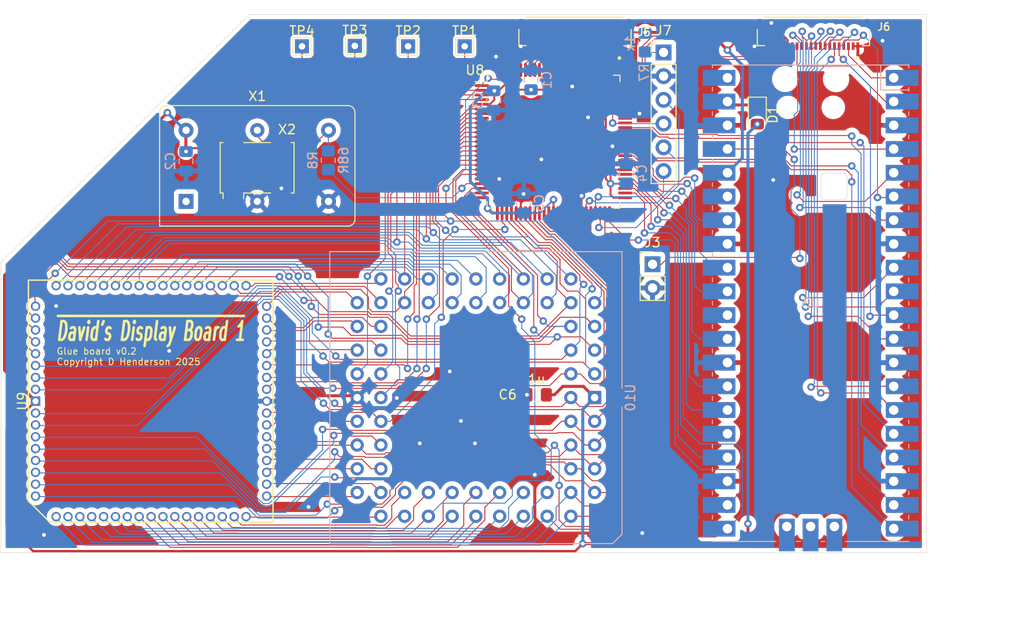
<source format=kicad_pcb>
(kicad_pcb (version 20211014) (generator pcbnew)
  (layers (0 "F.Cu" signal) (31 "B.Cu" signal) (34 "B.Paste" user) (35 "F.Paste" user) (36 "B.SilkS" user "B.Silkscreen") (37 "F.SilkS" user "F.Silkscreen") (38 "B.Mask" user) (39 "F.Mask" user) (44 "Edge.Cuts" user))
  (net 0 "")
  (net 1 "/5V_C")
  (net 2 "/GND_C")
  (net 3 "/3V3")
  (net 4 "Net-(D1-Pad1)")
  (net 5 "/PICO_A2")
  (net 6 "/PICO_A1")
  (net 7 "/PICO_A0")
  (net 8 "/PICO_CLK")
  (net 9 "/PICO_D7")
  (net 10 "/PICO_D6")
  (net 11 "/PICO_D5")
  (net 12 "/PICO_D4")
  (net 13 "/PICO_D3")
  (net 14 "/PICO_D2")
  (net 15 "/PICO_D1")
  (net 16 "/PICO_D0")
  (net 17 "/PICOVSYNC")
  (net 18 "/PICOHSYNC")
  (net 19 "/D0_C")
  (net 20 "/D1_C")
  (net 21 "/D2_C")
  (net 22 "/D3_C")
  (net 23 "/D4_C")
  (net 24 "/D5_C")
  (net 25 "/D6_C")
  (net 26 "/D7_C")
  (net 27 "/D8_C")
  (net 28 "/D9_C")
  (net 29 "/D10_C")
  (net 30 "/D11_C")
  (net 31 "/D12_C")
  (net 32 "/D13_C")
  (net 33 "/D14_C")
  (net 34 "/D15_C")
  (net 35 "/~{SHIFTEREN_C}")
  (net 36 "/~{PICOEN_C}")
  (net 37 "/3V3_SENSE")
  (net 38 "/TCK")
  (net 39 "/TDO")
  (net 40 "/TDI")
  (net 41 "/TMS")
  (net 42 "/OSC_OUT")
  (net 43 "/OSC")
  (net 44 "/A5")
  (net 45 "/A4")
  (net 46 "/A3")
  (net 47 "/A2")
  (net 48 "/A1")
  (net 49 "/VSYNC_OUT")
  (net 50 "/HSYNC_OUT")
  (net 51 "/BLANK_OUT")
  (net 52 "/AS")
  (net 53 "/LDS")
  (net 54 "/UDS")
  (net 55 "/DTACK")
  (net 56 "/8MHZ")
  (net 57 "/A23")
  (net 58 "/A22")
  (net 59 "/A21")
  (net 60 "/A20")
  (net 61 "/A19")
  (net 62 "/A18")
  (net 63 "/A17")
  (net 64 "/A16")
  (net 65 "/A15")
  (net 66 "/A14")
  (net 67 "/A13")
  (net 68 "/A12")
  (net 69 "/A11")
  (net 70 "/A10")
  (net 71 "/A9")
  (net 72 "/A8")
  (net 73 "/A7")
  (net 74 "/A6")
  (net 75 "/RESET")
  (net 76 "/FC2")
  (net 77 "/FC1")
  (net 78 "/FC0")
  (net 79 "/VMA")
  (net 80 "/ROM4")
  (net 81 "/ROM3")
  (net 82 "/ROM2")
  (net 83 "/ROM1")
  (net 84 "/ROM0")
  (net 85 "/RAM")
  (net 86 "/DMA")
  (net 87 "/DEV")
  (net 88 "/FCS")
  (net 89 "/BGI")
  (net 90 "/RDY")
  (net 91 "/VPA")
  (net 92 "/BERR")
  (net 93 "/IPL1")
  (net 94 "/IPL2")
  (net 95 "/BR")
  (net 96 "/BGK")
  (net 97 "/6850CS")
  (net 98 "/500KHZ")
  (net 99 "/MFPINT")
  (net 100 "/BGO")
  (net 101 "/IACK")
  (net 102 "/MFPCS")
  (net 103 "/TEST")
  (net 104 "/SNDCS")
  (net 105 "/2MHZ")
  (net 113 "Net-(J3-Pad1)")
  (net 114 "/PICOR0_C")
  (net 115 "/PICOR1_C")
  (net 116 "/PICOR2_C")
  (net 117 "/PICOR3_C")
  (net 118 "/PICOG0_C")
  (net 119 "/PICOG1_C")
  (net 120 "/PICOG2_C")
  (net 121 "/PICOG3_C")
  (net 122 "/PICOB0_C")
  (net 123 "/PICOB1_C")
  (net 124 "/PICOB2_C")
  (net 125 "/PICOB3_C")
  (net 126 "/RW_C")
  (net 127 "/DE_C")
  (net 128 "/D0_G")
  (net 129 "/D1_G")
  (net 138 "/TP1")
  (net 139 "/TP2")
  (net 140 "/TP3")
  (net 141 "/TP4")
  (net 143 "/BLANK")
  (net 144 "/HSYNC")
  (net 145 "/VSYNC")
  (footprint "CXO_Dual_DIP:CXO_Dual_DIP" (layer "F.Cu") (at 119.4 106.6)
    (fp_text reference "X1")
    (fp_text value "CXO_DIP14_DIP8_DUAL")
  )
  (footprint "TestPoint:TestPoint_THTPad_1.5x1.5mm_Drill0.7mm" (layer "F.Cu") (at 131.8 90)
    (fp_text reference "TP4")
    (fp_text value "TestPoint")
  )
  (footprint "TestPoint:TestPoint_THTPad_1.5x1.5mm_Drill0.7mm" (layer "F.Cu") (at 143.15 90)
    (fp_text reference "TP2")
    (fp_text value "TestPoint")
  )
  (footprint "F3311A7H121020E200:AMPHENOL_F3311A7H121020E200" (layer "F.Cu") (at 161 88.4 180)
    (fp_text reference "J5")
    (fp_text value "F3311A7H121020E200")
  )
  (footprint "Connector_PinHeader_2.54mm:PinHeader_1x06_P2.54mm_Vertical" (layer "F.Cu") (at 170.475 90.65)
    (fp_text reference "J7")
    (fp_text value "Conn_01x06_Male")
  )
  (footprint "Diode_SMD:D_0805_2012Metric_Pad1.15x1.40mm_HandSolder" (layer "F.Cu") (at 180.5 97.3 -90)
    (fp_text reference "D1")
    (fp_text value "D_Schottky")
  )
  (footprint "Package_QFP:TQFP-100_14x14mm_P0.5mm" (layer "F.Cu") (at 158.7 100.2)
    (fp_text reference "U8")
    (fp_text value "XC95144XL-TQ100")
  )
  (footprint "Oscillator:Oscillator_SMD_IQD_IQXO70-4Pin_7.5x5.0mm" (layer "F.Cu") (at 127 103)
    (fp_text reference "X2")
    (fp_text value "IQXO-70")
  )
  (footprint "Connector_PinHeader_2.54mm:PinHeader_1x02_P2.54mm_Vertical" (layer "F.Cu") (at 169.3 113.325)
    (fp_text reference "J3")
    (fp_text value "Conn_01x02_Male")
  )
  (footprint "TestPoint:TestPoint_THTPad_1.5x1.5mm_Drill0.7mm" (layer "F.Cu") (at 137.45 89.95)
    (fp_text reference "TP3")
    (fp_text value "TestPoint")
  )
  (footprint "Capacitor_SMD:C_0805_2012Metric_Pad1.18x1.45mm_HandSolder" (layer "F.Cu") (at 156.9 127.3 180)
    (fp_text reference "C6")
    (fp_text value "1u")
  )
  (footprint "TestPoint:TestPoint_THTPad_1.5x1.5mm_Drill0.7mm" (layer "F.Cu") (at 149.2 90)
    (fp_text reference "TP1")
    (fp_text value "TestPoint")
  )
  (footprint "PLCC_plugs:PLCC68_male_pins" (layer "F.Cu") (at 103.3 127.981 90)
    (fp_text reference "U9")
    (fp_text value "ST_GLUE_PHY")
  )
  (footprint "F3311A7H121020E200:AMPHENOL_F3311A7H121020E200" (layer "F.Cu") (at 186.5 88.4 180)
    (fp_text reference "J6")
    (fp_text value "F3311A7H121020E200")
  )
  (footprint "Capacitor_SMD:C_0805_2012Metric_Pad1.18x1.45mm_HandSolder" (layer "B.Cu") (at 119.4 102.3 -90)
    (fp_text reference "C2")
    (fp_text value "100n")
  )
  (footprint "Resistor_SMD:R_0805_2012Metric_Pad1.20x1.40mm_HandSolder" (layer "B.Cu") (at 134.6 102.2 -90)
    (fp_text reference "R8")
    (fp_text value "68R")
  )
  (footprint "Capacitor_SMD:C_0805_2012Metric_Pad1.18x1.45mm_HandSolder" (layer "B.Cu") (at 166.5 103.6 90)
    (fp_text reference "C4")
    (fp_text value "100n")
  )
  (footprint "Capacitor_SMD:C_0805_2012Metric_Pad1.18x1.45mm_HandSolder" (layer "B.Cu") (at 152.3 95.8 -90)
    (fp_text reference "C3")
    (fp_text value "100n")
  )
  (footprint "Package_LCC:PLCC-68_THT-Socket" (layer "B.Cu") (at 163.1 127.6 90)
    (fp_text reference "U10")
    (fp_text value "ST_GLUE_SOCKET")
  )
  (footprint "Resistor_SMD:R_0805_2012Metric_Pad1.20x1.40mm_HandSolder" (layer "B.Cu") (at 168.5 89.6 -90)
    (fp_text reference "R7")
    (fp_text value "1k")
  )
  (footprint "MCU_RaspberryPi_and_Boards:RPi_Pico_SMD_TH" (layer "B.Cu") (at 186.2 117.5 180)
    (fp_text reference "U3")
    (fp_text value "Pico")
  )
  (footprint "Capacitor_SMD:C_0805_2012Metric_Pad1.18x1.45mm_HandSolder" (layer "B.Cu") (at 156.3 93.6 90)
    (fp_text reference "C1")
    (fp_text value "100n")
  )
  (footprint "Capacitor_SMD:C_0805_2012Metric_Pad1.18x1.45mm_HandSolder" (layer "B.Cu") (at 155.5 106.8 90)
    (fp_text reference "C5")
    (fp_text value "100n")
  )
  (gr_line (start 126.1 86.6) (end 99.6 113.1) (layer "Edge.Cuts") (width 0.05))
  (gr_arc (start 190.1 106) (mid 189.982843 106.282843) (end 189.7 106.4) (layer "Edge.Cuts") (width 0.05))
  (gr_line (start 99.6 144.2) (end 198.6 144.2) (layer "Edge.Cuts") (width 0.05))
  (gr_line (start 198.6 86.6) (end 198.6 144.2) (layer "Edge.Cuts") (width 0.05))
  (gr_arc (start 189.7 103.6) (mid 189.982843 103.717157) (end 190.1 104) (layer "Edge.Cuts") (width 0.05))
  (gr_line (start 99.6 113.1) (end 99.6 144.2) (layer "Edge.Cuts") (width 0.05))
  (gr_arc (start 187.3 104) (mid 187.417157 103.717157) (end 187.7 103.6) (layer "Edge.Cuts") (width 0.05))
  (gr_line (start 198.6 86.6) (end 126.1 86.6) (layer "Edge.Cuts") (width 0.05))
  (gr_line (start 190.1 104) (end 190.1 106) (layer "Edge.Cuts") (width 0.05))
  (gr_arc (start 187.7 106.4) (mid 187.417157 106.282843) (end 187.3 106) (layer "Edge.Cuts") (width 0.05))
  (gr_line (start 187.7 103.6) (end 189.7 103.6) (layer "Edge.Cuts") (width 0.05))
  (gr_line (start 187.3 106) (end 187.3 104) (layer "Edge.Cuts") (width 0.05))
  (gr_line (start 187.7 106.4) (end 189.7 106.4) (layer "Edge.Cuts") (width 0.05))
  (gr_text "Glue board v0.2\nCopyright D Henderson 2025" (at 105.5 123.2) (layer "F.SilkS") (effects (font (size 0.7 0.7) (thickness 0.1)) (justify left)))
  (gr_text "~{David's Display Board 1}" (at 105.4 120.5) (layer "F.SilkS") (effects (font (size 2 1.1) (thickness 0.275) italic) (justify left)))
  (segment (start 179.5 142.9) (end 179.168383 143.231617) (width 0.32) (layer "F.Cu") (net 1))
  (segment (start 103.031709 144.031709) (end 161.031525 144.031709) (width 0.25) (layer "F.Cu") (net 1))
  (segment (start 179.5 141.1) (end 179.5 142.9) (width 0.32) (layer "F.Cu") (net 1))
  (segment (start 161.031525 144.031709) (end 161.831617 143.231617) (width 0.25) (layer "F.Cu") (net 1))
  (segment (start 119.38 101.242502) (end 119.399998 101.2625) (width 0.32) (layer "F.Cu") (net 1))
  (segment (start 161.9 126.4) (end 163.1 127.6) (width 0.32) (layer "F.Cu") (net 1))
  (segment (start 103.3 127.981) (end 100.2 131.081) (width 0.25) (layer "F.Cu") (net 1))
  (segment (start 159.7 126.4) (end 161.9 126.4) (width 0.32) (layer "F.Cu") (net 1))
  (segment (start 119.38 98.99) (end 119.38 101.242502) (width 0.32) (layer "F.Cu") (net 1))
  (segment (start 124.46 100.9) (end 119.762498 100.9) (width 0.2) (layer "F.Cu") (net 1))
  (segment (start 179.168383 143.231617) (end 161.831617 143.231617) (width 0.32) (layer "F.Cu") (net 1))
  (segment (start 100.2 131.081) (end 100.2 141.2) (width 0.25) (layer "F.Cu") (net 1))
  (segment (start 158.8 127.3) (end 159.7 126.4) (width 0.32) (layer "F.Cu") (net 1))
  (segment (start 100.2 141.2) (end 103.031709 144.031709) (width 0.25) (layer "F.Cu") (net 1))
  (segment (start 99.983992 124.664992) (end 103.3 127.981) (width 0.32) (layer "F.Cu") (net 1))
  (segment (start 99.983992 114.516008) (end 99.983992 124.664992) (width 0.32) (layer "F.Cu") (net 1))
  (segment (start 117.4 97.1) (end 99.983992 114.516008) (width 0.32) (layer "F.Cu") (net 1))
  (segment (start 157.9375 127.3) (end 158.8 127.3) (width 0.32) (layer "F.Cu") (net 1))
  (segment (start 119.762498 100.9) (end 119.399998 101.2625) (width 0.2) (layer "F.Cu") (net 1))
  (via (at 119.399998 101.2625) (size 0.8) (drill 0.4) (layers "F.Cu" "B.Cu") (net 1))
  (via (at 117.4 97.1) (size 0.8) (drill 0.4) (layers "F.Cu" "B.Cu") (net 1))
  (via (at 161.831617 143.231617) (size 0.8) (drill 0.4) (layers "F.Cu" "B.Cu") (net 1))
  (via (at 179.5 141.1) (size 0.8) (drill 0.4) (layers "F.Cu" "B.Cu") (net 1))
  (via (at 180.5 98.325) (size 0.8) (drill 0.4) (layers "F.Cu" "B.Cu") (net 1))
  (segment (start 119.29 98.99) (end 117.4 97.1) (width 0.32) (layer "B.Cu") (net 1))
  (segment (start 179.5 99.325) (end 179.5 141.1) (width 0.32) (layer "B.Cu") (net 1))
  (segment (start 163.1 127.6) (end 161.831617 128.868383) (width 0.32) (layer "B.Cu") (net 1))
  (segment (start 180.5 98.325) (end 179.5 99.325) (width 0.32) (layer "B.Cu") (net 1))
  (segment (start 161.831617 128.868383) (end 161.831617 143.231617) (width 0.32) (layer "B.Cu") (net 1))
  (segment (start 161.7 107.8625) (end 161.7 106) (width 0.2) (layer "F.Cu") (net 2))
  (segment (start 155.5 106.5) (end 155.5 105.8) (width 0.2) (layer "F.Cu") (net 2))
  (segment (start 168.2 142.1) (end 158.305094 142.1) (width 0.32) (layer "F.Cu") (net 2))
  (segment (start 191.25 89.975) (end 193.325 89.975) (width 0.2) (layer "F.Cu") (net 2))
  (segment (start 131 127.4) (end 130.419 127.981) (width 0.32) (layer "F.Cu") (net 2))
  (segment (start 156.25 89.975) (end 155.225 89.975) (width 0.2) (layer "F.Cu") (net 2))
  (segment (start 160.7 92.5375) (end 160.7 94.3) (width 0.2) (layer "F.Cu") (net 2))
  (segment (start 155.2 107.8625) (end 155.2 106.8) (width 0.2) (layer "F.Cu") (net 2))
  (segment (start 166.7 93.2) (end 166.7 90) (width 0.2) (layer "F.Cu") (net 2))
  (segment (start 142.759266 127.640734) (end 141.940734 127.640734) (width 0.32) (layer "F.Cu") (net 2))
  (segment (start 156.75 89.975) (end 156.25 89.975) (width 0.2) (layer "F.Cu") (net 2))
  (segment (start 151.0375 104.2) (end 152.9 104.2) (width 0.2) (layer "F.Cu") (net 2))
  (segment (start 166.3625 94.2) (end 166.3625 93.5375) (width 0.2) (layer "F.Cu") (net 2))
  (segment (start 193.325 89.975) (end 193.9 89.4) (width 0.2) (layer "F.Cu") (net 2))
  (segment (start 156.7 140.494906) (end 156.7 135.8505) (width 0.32) (layer "F.Cu") (net 2))
  (segment (start 180.225 89.975) (end 180.2 90) (width 0.2) (layer "F.Cu") (net 2))
  (segment (start 166.675 89.975) (end 166.7 90) (width 0.2) (layer "F.Cu") (net 2))
  (segment (start 155.225 89.975) (end 155.2 90) (width 0.2) (layer "F.Cu") (net 2))
  (segment (start 152.7 91.2495) (end 152.5505 91.1) (width 0.2) (layer "F.Cu") (net 2))
  (segment (start 143.1 127.3) (end 142.759266 127.640734) (width 0.32) (layer "F.Cu") (net 2))
  (segment (start 166.3625 100.7) (end 165 100.7) (width 0.2) (layer "F.Cu") (net 2))
  (segment (start 128.02 127.981) (end 130.419 127.981) (width 0.32) (layer "F.Cu") (net 2))
  (segment (start 166.3625 93.5375) (end 166.7 93.2) (width 0.2) (layer "F.Cu") (net 2))
  (segment (start 155.2 106.8) (end 155.5 106.5) (width 0.2) (layer "F.Cu") (net 2))
  (segment (start 190.75 89.975) (end 191.25 89.975) (width 0.2) (layer "F.Cu") (net 2))
  (segment (start 155.862502 127.3) (end 143.1 127.3) (width 0.32) (layer "F.Cu") (net 2))
  (segment (start 152.7 92.5375) (end 152.7 91.2495) (width 0.2) (layer "F.Cu") (net 2))
  (segment (start 137.5 127.4) (end 131 127.4) (width 0.32) (layer "F.Cu") (net 2))
  (segment (start 181.75 89.975) (end 180.225 89.975) (width 0.2) (layer "F.Cu") (net 2))
  (segment (start 165.25 89.975) (end 165.75 89.975) (width 0.2) (layer "F.Cu") (net 2))
  (segment (start 158.305094 142.1) (end 156.7 140.494906) (width 0.32) (layer "F.Cu") (net 2))
  (segment (start 165.75 89.975) (end 166.675 89.975) (width 0.2) (layer "F.Cu") (net 2))
  (segment (start 182.25 89.975) (end 181.75 89.975) (width 0.2) (layer "F.Cu") (net 2))
  (segment (start 166.3625 97.2) (end 167.9 97.2) (width 0.2) (layer "F.Cu") (net 2))
  (via (at 104.2 142.3) (size 0.8) (drill 0.4) (layers "F.Cu" "B.Cu") (net 2))
  (via (at 156.7 135.8505) (size 0.8) (drill 0.4) (layers "F.Cu" "B.Cu") (net 2))
  (via (at 180.2 90) (size 0.8) (drill 0.4) (layers "F.Cu" "B.Cu") (net 2))
  (via (at 105.5 117.8) (size 0.8) (drill 0.4) (layers "F.Cu" "B.Cu") (net 2))
  (via (at 132.5 139.3) (size 0.8) (drill 0.4) (layers "F.Cu" "B.Cu") (net 2))
  (via (at 144.4 132.5) (size 0.8) (drill 0.4) (layers "F.Cu" "B.Cu") (net 2))
  (via (at 168.2 142.1) (size 0.8) (drill 0.4) (layers "F.Cu" "B.Cu") (net 2))
  (via (at 167.9 97.2) (size 0.8) (drill 0.4) (layers "F.Cu" "B.Cu") (net 2))
  (via (at 155.862502 127.3) (size 0.8) (drill 0.4) (layers "F.Cu" "B.Cu") (net 2))
  (via (at 162.4 97.6) (size 0.8) (drill 0.4) (layers "F.Cu" "B.Cu") (net 2))
  (via (at 193.9 89.4) (size 0.8) (drill 0.4) (layers "F.Cu" "B.Cu") (net 2))
  (via (at 147.6 124.8) (size 0.8) (drill 0.4) (layers "F.Cu" "B.Cu") (net 2))
  (via (at 182.2 104.3) (size 0.8) (drill 0.4) (layers "F.Cu" "B.Cu") (net 2))
  (via (at 150.3 132.5) (size 0.8) (drill 0.4) (layers "F.Cu" "B.Cu") (net 2))
  (via (at 182 87.5) (size 0.8) (drill 0.4) (layers "F.Cu" "B.Cu") (net 2))
  (via (at 155.5 105.8) (size 0.8) (drill 0.4) (layers "F.Cu" "B.Cu") (net 2))
  (via (at 152.9 104.2) (size 0.8) (drill 0.4) (layers "F.Cu" "B.Cu") (net 2))
  (via (at 141.940734 127.640734) (size 0.8) (drill 0.4) (layers "F.Cu" "B.Cu") (net 2))
  (via (at 148.8 130.1) (size 0.8) (drill 0.4) (layers "F.Cu" "B.Cu") (net 2))
  (via (at 165 100.7) (size 0.8) (drill 0.4) (layers "F.Cu" "B.Cu") (net 2))
  (via (at 157.4 102.1) (size 0.8) (drill 0.4) (layers "F.Cu" "B.Cu") (net 2))
  (via (at 166.7 90) (size 0.8) (drill 0.4) (layers "F.Cu" "B.Cu") (net 2))
  (via (at 129.6 105.2) (size 0.8) (drill 0.4) (layers "F.Cu" "B.Cu") (net 2))
  (via (at 152.5505 91.1) (size 0.8) (drill 0.4) (layers "F.Cu" "B.Cu") (net 2))
  (via (at 161.7 106) (size 0.8) (drill 0.4) (layers "F.Cu" "B.Cu") (net 2))
  (via (at 117.6 122.6) (size 0.8) (drill 0.4) (layers "F.Cu" "B.Cu") (net 2))
  (via (at 160.7 94.3) (size 0.8) (drill 0.4) (layers "F.Cu" "B.Cu") (net 2))
  (via (at 155.2 90) (size 0.8) (drill 0.4) (layers "F.Cu" "B.Cu") (net 2))
  (segment (start 137.045094 136.9) (end 137.645094 136.3) (width 0.32) (layer "B.Cu") (net 2))
  (segment (start 144.4 133.6) (end 144.4 132.5) (width 0.32) (layer "B.Cu") (net 2))
  (segment (start 132.5 139.3) (end 134.9 136.9) (width 0.32) (layer "B.Cu") (net 2))
  (segment (start 140.910268 128.6712) (end 141.940734 127.640734) (width 0.32) (layer "B.Cu") (net 2))
  (segment (start 134.9 136.9) (end 137.045094 136.9) (width 0.32) (layer "B.Cu") (net 2))
  (segment (start 137.645094 136.3) (end 141.7 136.3) (width 0.32) (layer "B.Cu") (net 2))
  (segment (start 141.7 136.3) (end 144.4 133.6) (width 0.32) (layer "B.Cu") (net 2))
  (segment (start 138.7712 128.6712) (end 140.910268 128.6712) (width 0.32) (layer "B.Cu") (net 2))
  (segment (start 137.7 127.6) (end 138.7712 128.6712) (width 0.32) (layer "B.Cu") (net 2))
  (segment (start 166.3625 106.2) (end 165.1 106.2) (width 0.2) (layer "F.Cu") (net 3))
  (segment (start 158.7 94.637502) (end 156.3 94.637502) (width 0.2) (layer "F.Cu") (net 3))
  (segment (start 151.0375 96.2) (end 151.9 96.2) (width 0.2) (layer "F.Cu") (net 3))
  (segment (start 165.1 106.2) (end 164.8 105.9) (width 0.2) (layer "F.Cu") (net 3))
  (segment (start 158.7 94.637502) (end 159.062498 95) (width 0.2) (layer "F.Cu") (net 3))
  (segment (start 153.7 93.9) (end 154.437502 94.637502) (width 0.2) (layer "F.Cu") (net 3))
  (segment (start 153.7 92.5375) (end 153.7 91.69427) (width 0.2) (layer "F.Cu") (net 3))
  (segment (start 152.7 107.8625) (end 152.1625 107.8625) (width 0.2) (layer "F.Cu") (net 3))
  (segment (start 164.3 95.8) (end 164.3 104.2) (width 0.2) (layer "F.Cu") (net 3))
  (segment (start 163.5 95) (end 164.3 95.8) (width 0.2) (layer "F.Cu") (net 3))
  (segment (start 153.849501 89.350499) (end 154.7 88.5) (width 0.2) (layer "F.Cu") (net 3))
  (segment (start 158.7 92.5375) (end 158.7 94.637502) (width 0.2) (layer "F.Cu") (net 3))
  (segment (start 164.3 104.2) (end 164.8 104.7) (width 0.2) (layer "F.Cu") (net 3))
  (segment (start 183.025 88.6) (end 179.1 88.6) (width 0.2) (layer "F.Cu") (net 3))
  (segment (start 153.849501 91.544769) (end 153.849501 89.350499) (width 0.2) (layer "F.Cu") (net 3))
  (segment (start 153.7 92.5375) (end 153.7 93.9) (width 0.2) (layer "F.Cu") (net 3))
  (segment (start 152.8375 94.7625) (end 152.3745 94.7625) (width 0.2) (layer "F.Cu") (net 3))
  (segment (start 154.437502 94.637502) (end 156.3 94.637502) (width 0.2) (layer "F.Cu") (net 3))
  (segment (start 183.75 89.975) (end 183.75 89.325) (width 0.2) (layer "F.Cu") (net 3))
  (segment (start 175.4 88.5) (end 177.3 90.4) (width 0.32) (layer "F.Cu") (net 3))
  (segment (start 154.7 88.5) (end 168.5 88.5) (width 0.2) (layer "F.Cu") (net 3))
  (segment (start 168.5 88.5) (end 175.4 88.5) (width 0.32) (layer "F.Cu") (net 3))
  (segment (start 152.1625 107.8625) (end 151.65 107.35) (width 0.2) (layer "F.Cu") (net 3))
  (segment (start 164.8 103.6) (end 165.2 103.2) (width 0.2) (layer "F.Cu") (net 3))
  (segment (start 164.8 105.9) (end 164.8 104.7) (width 0.2) (layer "F.Cu") (net 3))
  (segment (start 159.062498 95) (end 163.5 95) (width 0.2) (layer "F.Cu") (net 3))
  (segment (start 183.75 89.325) (end 183.025 88.6) (width 0.2) (layer "F.Cu") (net 3))
  (segment (start 151.9 96.2) (end 152.3745 95.7255) (width 0.2) (layer "F.Cu") (net 3))
  (segment (start 153.7 93.9) (end 152.8375 94.7625) (width 0.2) (layer "F.Cu") (net 3))
  (segment (start 164.8 104.7) (end 164.8 103.6) (width 0.2) (layer "F.Cu") (net 3))
  (segment (start 153.7 91.69427) (end 153.849501 91.544769) (width 0.2) (layer "F.Cu") (net 3))
  (segment (start 179.1 88.6) (end 177.3 90.4) (width 0.2) (layer "F.Cu") (net 3))
  (segment (start 184.25 89.975) (end 183.75 89.975) (width 0.2) (layer "F.Cu") (net 3))
  (segment (start 152.3745 95.7255) (end 152.3745 94.7625) (width 0.2) (layer "F.Cu") (net 3))
  (segment (start 158.7 107.8625) (end 158.7 106.4) (width 0.2) (layer "F.Cu") (net 3))
  (segment (start 165.2 103.2) (end 166.3625 103.2) (width 0.2) (layer "F.Cu") (net 3))
  (via (at 151.65 107.35) (size 0.8) (drill 0.4) (layers "F.Cu" "B.Cu") (net 3))
  (via (at 168.5 88.5) (size 0.8) (drill 0.4) (layers "F.Cu" "B.Cu") (net 3))
  (via (at 156.3 94.637502) (size 0.8) (drill 0.4) (layers "F.Cu" "B.Cu") (net 3))
  (via (at 158.7 106.4) (size 0.8) (drill 0.4) (layers "F.Cu" "B.Cu") (net 3))
  (via (at 164.8 104.7) (size 0.8) (drill 0.4) (layers "F.Cu" "B.Cu") (net 3))
  (via (at 177.3 90.4) (size 0.8) (drill 0.4) (layers "F.Cu" "B.Cu") (net 3))
  (via (at 152.3745 94.7625) (size 0.8) (drill 0.4) (layers "F.Cu" "B.Cu") (net 3))
  (segment (start 157.2625 107.8375) (end 155.5 107.8375) (width 0.2) (layer "B.Cu") (net 3))
  (segment (start 151.65 106.326903) (end 151.65 107.35) (width 0.32) (layer "B.Cu") (net 3))
  (segment (start 158.7 106.4) (end 157.2625 107.8375) (width 0.2) (layer "B.Cu") (net 3))
  (segment (start 149.8 104.476903) (end 151.65 106.326903) (width 0.32) (layer "B.Cu") (net 3))
  (segment (start 152.1375 107.8375) (end 155.5 107.8375) (width 0.32) (layer "B.Cu") (net 3))
  (segment (start 164.8 104.7) (end 166.4375 104.7) (width 0.2) (layer "B.Cu") (net 3))
  (segment (start 152.3 94.7625) (end 151.5375 94.7625) (width 0.32) (layer "B.Cu") (net 3))
  (segment (start 177.31 103.53) (end 178.9 101.94) (width 0.32) (layer "B.Cu") (net 3))
  (segment (start 178.9 101.94) (end 178.9 92) (width 0.32) (layer "B.Cu") (net 3))
  (segment (start 149.8 96.5) (end 149.8 104.476903) (width 0.32) (layer "B.Cu") (net 3))
  (segment (start 151.65 107.35) (end 152.1375 107.8375) (width 0.32) (layer "B.Cu") (net 3))
  (segment (start 151.5375 94.7625) (end 149.8 96.5) (width 0.32) (layer "B.Cu") (net 3))
  (segment (start 178.9 92) (end 177.3 90.4) (width 0.32) (layer "B.Cu") (net 3))
  (segment (start 180.5 96.275) (end 177.675 96.275) (width 0.32) (layer "F.Cu") (net 4))
  (segment (start 169.375 103.136058) (end 169.375 103.805635) (width 0.1) (layer "F.Cu") (net 5))
  (segment (start 169.375 103.805635) (end 170.019365 104.45) (width 0.1) (layer "F.Cu") (net 5))
  (segment (start 167.438942 101.2) (end 169.375 103.136058) (width 0.1) (layer "F.Cu") (net 5))
  (segment (start 173.7 104) (end 173.8 104.1) (width 0.1) (layer "F.Cu") (net 5))
  (segment (start 166.3625 101.2) (end 167.438942 101.2) (width 0.1) (layer "F.Cu") (net 5))
  (segment (start 170.019365 104.45) (end 172.25 104.45) (width 0.1) (layer "F.Cu") (net 5))
  (segment (start 172.25 104.45) (end 172.7 104) (width 0.1) (layer "F.Cu") (net 5))
  (segment (start 172.7 104) (end 173.7 104) (width 0.1) (layer "F.Cu") (net 5))
  (via (at 173.8 104.1) (size 0.8) (drill 0.4) (layers "F.Cu" "B.Cu") (net 5))
  (segment (start 174.397024 108.61) (end 173.8 108.012976) (width 0.1) (layer "B.Cu") (net 5))
  (segment (start 173.8 108.012976) (end 173.8 104.1) (width 0.1) (layer "B.Cu") (net 5))
  (segment (start 177.31 108.61) (end 174.397024 108.61) (width 0.1) (layer "B.Cu") (net 5))
  (segment (start 169.075499 103.929692) (end 169.895308 104.749501) (width 0.1) (layer "F.Cu") (net 6))
  (segment (start 167.269365 101.7) (end 169.075499 103.506134) (width 0.1) (layer "F.Cu") (net 6))
  (segment (start 166.3625 101.7) (end 167.269365 101.7) (width 0.1) (layer "F.Cu") (net 6))
  (segment (start 169.075499 103.506134) (end 169.075499 103.929692) (width 0.1) (layer "F.Cu") (net 6))
  (segment (start 169.895308 104.749501) (end 172.930059 104.749501) (width 0.1) (layer "F.Cu") (net 6))
  (segment (start 172.930059 104.749501) (end 172.991672 104.687888) (width 0.1) (layer "F.Cu") (net 6))
  (via (at 172.991672 104.687888) (size 0.8) (drill 0.4) (layers "F.Cu" "B.Cu") (net 6))
  (segment (start 175.978464 113.69) (end 174.095509 111.807045) (width 0.1) (layer "B.Cu") (net 6))
  (segment (start 173.498503 105.194719) (end 172.991672 104.687888) (width 0.1) (layer "B.Cu") (net 6))
  (segment (start 177.31 113.69) (end 175.978464 113.69) (width 0.1) (layer "B.Cu") (net 6))
  (segment (start 173.498503 108.135037) (end 173.498503 105.194719) (width 0.1) (layer "B.Cu") (net 6))
  (segment (start 174.095509 111.807045) (end 174.095509 108.732043) (width 0.1) (layer "B.Cu") (net 6))
  (segment (start 174.095509 108.732043) (end 173.498503 108.135037) (width 0.1) (layer "B.Cu") (net 6))
  (segment (start 167.3 102.2) (end 168.775998 103.675998) (width 0.1) (layer "F.Cu") (net 7))
  (segment (start 170.231624 105.509375) (end 172.422318 105.509375) (width 0.1) (layer "F.Cu") (net 7))
  (segment (start 168.775998 104.053749) (end 170.231624 105.509375) (width 0.1) (layer "F.Cu") (net 7))
  (segment (start 168.775998 103.675998) (end 168.775998 104.053749) (width 0.1) (layer "F.Cu") (net 7))
  (segment (start 166.3625 102.2) (end 167.3 102.2) (width 0.1) (layer "F.Cu") (net 7))
  (via (at 172.422318 105.509375) (size 0.8) (drill 0.4) (layers "F.Cu" "B.Cu") (net 7))
  (segment (start 174.43 116.23) (end 173.796507 115.596507) (width 0.1) (layer "B.Cu") (net 7))
  (segment (start 173.199002 108.259094) (end 173.199002 106.286059) (width 0.1) (layer "B.Cu") (net 7))
  (segment (start 173.199002 106.286059) (end 172.422318 105.509375) (width 0.1) (layer "B.Cu") (net 7))
  (segment (start 173.796008 108.8561) (end 173.199002 108.259094) (width 0.1) (layer "B.Cu") (net 7))
  (segment (start 177.31 116.23) (end 174.43 116.23) (width 0.1) (layer "B.Cu") (net 7))
  (segment (start 173.796507 115.596507) (end 173.796507 111.931601) (width 0.1) (layer "B.Cu") (net 7))
  (segment (start 173.796008 111.931102) (end 173.796008 108.8561) (width 0.1) (layer "B.Cu") (net 7))
  (segment (start 173.796507 111.931601) (end 173.796008 111.931102) (width 0.1) (layer "B.Cu") (net 7))
  (segment (start 170.578089 106.279398) (end 171.785082 106.279398) (width 0.1) (layer "F.Cu") (net 8))
  (segment (start 166.3625 102.7) (end 167.2 102.7) (width 0.1) (layer "F.Cu") (net 8))
  (segment (start 167.2 102.7) (end 168.476497 103.976497) (width 0.1) (layer "F.Cu") (net 8))
  (segment (start 168.476497 103.976497) (end 168.476497 104.177806) (width 0.1) (layer "F.Cu") (net 8))
  (segment (start 168.476497 104.177806) (end 170.578089 106.279398) (width 0.1) (layer "F.Cu") (net 8))
  (via (at 171.785082 106.279398) (size 0.8) (drill 0.4) (layers "F.Cu" "B.Cu") (net 8))
  (segment (start 173.496507 108.980157) (end 172.899501 108.383151) (width 0.1) (layer "B.Cu") (net 8))
  (segment (start 173.497006 120.497006) (end 173.497006 112.055658) (width 0.1) (layer "B.Cu") (net 8))
  (segment (start 177.31 121.31) (end 174.31 121.31) (width 0.1) (layer "B.Cu") (net 8))
  (segment (start 172.899501 107.393817) (end 171.785082 106.279398) (width 0.1) (layer "B.Cu") (net 8))
  (segment (start 174.31 121.31) (end 173.497006 120.497006) (width 0.1) (layer "B.Cu") (net 8))
  (segment (start 173.497006 112.055658) (end 173.496507 112.055159) (width 0.1) (layer "B.Cu") (net 8))
  (segment (start 173.496507 112.055159) (end 173.496507 108.980157) (width 0.1) (layer "B.Cu") (net 8))
  (segment (start 172.899501 108.383151) (end 172.899501 107.393817) (width 0.1) (layer "B.Cu") (net 8))
  (segment (start 167.575133 103.7) (end 170.881884 107.006751) (width 0.1) (layer "F.Cu") (net 9))
  (segment (start 166.3625 103.7) (end 167.575133 103.7) (width 0.1) (layer "F.Cu") (net 9))
  (segment (start 170.881884 107.006751) (end 171.099543 107.006751) (width 0.1) (layer "F.Cu") (net 9))
  (via (at 171.099543 107.006751) (size 0.8) (drill 0.4) (layers "F.Cu" "B.Cu") (net 9))
  (segment (start 173.197505 125.297505) (end 173.197505 112.179715) (width 0.1) (layer "B.Cu") (net 9))
  (segment (start 173.197505 112.179715) (end 173.197006 112.179216) (width 0.1) (layer "B.Cu") (net 9))
  (segment (start 177.31 126.39) (end 174.29 126.39) (width 0.1) (layer "B.Cu") (net 9))
  (segment (start 173.197006 109.104214) (end 171.099543 107.006751) (width 0.1) (layer "B.Cu") (net 9))
  (segment (start 173.197006 112.179216) (end 173.197006 109.104214) (width 0.1) (layer "B.Cu") (net 9))
  (segment (start 174.29 126.39) (end 173.197505 125.297505) (width 0.1) (layer "B.Cu") (net 9))
  (segment (start 170.514343 107.514343) (end 170.514343 107.817026) (width 0.1) (layer "F.Cu") (net 10))
  (segment (start 166.3625 104.2) (end 167.2 104.2) (width 0.1) (layer "F.Cu") (net 10))
  (segment (start 167.2 104.2) (end 170.514343 107.514343) (width 0.1) (layer "F.Cu") (net 10))
  (via (at 170.514343 107.817026) (size 0.8) (drill 0.4) (layers "F.Cu" "B.Cu") (net 10))
  (segment (start 172.898004 128.298004) (end 172.898004 112.728772) (width 0.1) (layer "B.Cu") (net 10))
  (segment (start 172.897505 112.728273) (end 172.897505 109.597505) (width 0.1) (layer "B.Cu") (net 10))
  (segment (start 172.897505 109.597505) (end 171.117026 107.817026) (width 0.1) (layer "B.Cu") (net 10))
  (segment (start 171.117026 107.817026) (end 170.514343 107.817026) (width 0.1) (layer "B.Cu") (net 10))
  (segment (start 172.898004 112.728772) (end 172.897505 112.728273) (width 0.1) (layer "B.Cu") (net 10))
  (segment (start 177.31 128.93) (end 173.53 128.93) (width 0.1) (layer "B.Cu") (net 10))
  (segment (start 173.53 128.93) (end 172.898004 128.298004) (width 0.1) (layer "B.Cu") (net 10))
  (segment (start 166.3625 104.7) (end 167.276442 104.7) (width 0.1) (layer "F.Cu") (net 11))
  (segment (start 167.276442 104.7) (end 169.846028 107.269586) (width 0.1) (layer "F.Cu") (net 11))
  (segment (start 169.846028 107.269586) (end 169.846028 108.560235) (width 0.1) (layer "F.Cu") (net 11))
  (via (at 169.846028 108.560235) (size 0.8) (drill 0.4) (layers "F.Cu" "B.Cu") (net 11))
  (segment (start 172.598503 129.722061) (end 172.598503 112.852829) (width 0.1) (layer "B.Cu") (net 11))
  (segment (start 172.598004 109.998004) (end 171.160235 108.560235) (width 0.1) (layer "B.Cu") (net 11))
  (segment (start 172.598503 112.852829) (end 172.598004 112.85233) (width 0.1) (layer "B.Cu") (net 11))
  (segment (start 172.598004 112.85233) (end 172.598004 109.998004) (width 0.1) (layer "B.Cu") (net 11))
  (segment (start 174.346442 131.47) (end 172.598503 129.722061) (width 0.1) (layer "B.Cu") (net 11))
  (segment (start 171.160235 108.560235) (end 169.846028 108.560235) (width 0.1) (layer "B.Cu") (net 11))
  (segment (start 177.31 131.47) (end 174.346442 131.47) (width 0.1) (layer "B.Cu") (net 11))
  (segment (start 167.429326 105.7) (end 168.429409 106.700083) (width 0.1) (layer "F.Cu") (net 12))
  (segment (start 168.429409 106.700083) (end 168.429409 109.970619) (width 0.1) (layer "F.Cu") (net 12))
  (segment (start 166.3625 105.7) (end 167.429326 105.7) (width 0.1) (layer "F.Cu") (net 12))
  (via (at 168.429409 109.970619) (size 0.8) (drill 0.4) (layers "F.Cu" "B.Cu") (net 12))
  (segment (start 171.999002 110.799002) (end 171.170619 109.970619) (width 0.1) (layer "B.Cu") (net 12))
  (segment (start 171.170619 109.970619) (end 168.429409 109.970619) (width 0.1) (layer "B.Cu") (net 12))
  (segment (start 171.999501 131.699501) (end 171.999501 113.100943) (width 0.1) (layer "B.Cu") (net 12))
  (segment (start 171.999002 113.100444) (end 171.999002 110.799002) (width 0.1) (layer "B.Cu") (net 12))
  (segment (start 171.999501 113.100943) (end 171.999002 113.100444) (width 0.1) (layer "B.Cu") (net 12))
  (segment (start 174.3 134) (end 171.999501 131.699501) (width 0.1) (layer "B.Cu") (net 12))
  (segment (start 177.31 134.01) (end 174.3 134.01) (width 0.1) (layer "B.Cu") (net 12))
  (segment (start 164.7 108.8) (end 166.634254 110.734254) (width 0.1) (layer "F.Cu") (net 13))
  (segment (start 164.7 107.8625) (end 164.7 108.8) (width 0.1) (layer "F.Cu") (net 13))
  (segment (start 166.634254 110.734254) (end 167.784531 110.734254) (width 0.1) (layer "F.Cu") (net 13))
  (via (at 167.784531 110.734254) (size 0.8) (drill 0.4) (layers "F.Cu" "B.Cu") (net 13))
  (segment (start 171.699501 130.094439) (end 171.699501 111.146617) (width 0.1) (layer "B.Cu") (net 13))
  (segment (start 177.31 139.09) (end 178.6 137.8) (width 0.1) (layer "B.Cu") (net 13))
  (segment (start 174.4 135.3) (end 171.7 132.6) (width 0.1) (layer "B.Cu") (net 13))
  (segment (start 178.6 135.623558) (end 178.276442 135.3) (width 0.1) (layer "B.Cu") (net 13))
  (segment (start 171.7 132.6) (end 171.7 130.094938) (width 0.1) (layer "B.Cu") (net 13))
  (segment (start 171.699501 111.146617) (end 171.287138 110.734254) (width 0.1) (layer "B.Cu") (net 13))
  (segment (start 171.287138 110.734254) (end 167.784531 110.734254) (width 0.1) (layer "B.Cu") (net 13))
  (segment (start 171.7 130.094938) (end 171.699501 130.094439) (width 0.1) (layer "B.Cu") (net 13))
  (segment (start 178.6 137.8) (end 178.6 135.623558) (width 0.1) (layer "B.Cu") (net 13))
  (segment (start 178.276442 135.3) (end 174.4 135.3) (width 0.1) (layer "B.Cu") (net 13))
  (segment (start 169.135934 106.98305) (end 169.135934 109.263634) (width 0.1) (layer "F.Cu") (net 14))
  (segment (start 167.352884 105.2) (end 169.135934 106.98305) (width 0.1) (layer "F.Cu") (net 14))
  (segment (start 166.3625 105.2) (end 167.352884 105.2) (width 0.1) (layer "F.Cu") (net 14))
  (via (at 169.135934 109.263634) (size 0.8) (drill 0.4) (layers "F.Cu" "B.Cu") (net 14))
  (segment (start 172.298503 112.976387) (end 172.298503 110.398503) (width 0.1) (layer "B.Cu") (net 14))
  (segment (start 174.41 132.57) (end 172.299002 130.459002) (width 0.1) (layer "B.Cu") (net 14))
  (segment (start 177.31 141.63) (end 178.9 140.04) (width 0.1) (layer "B.Cu") (net 14))
  (segment (start 172.299002 112.976886) (end 172.298503 112.976387) (width 0.1) (layer "B.Cu") (net 14))
  (segment (start 172.298503 110.398503) (end 171.163634 109.263634) (width 0.1) (layer "B.Cu") (net 14))
  (segment (start 178.27 132.57) (end 174.41 132.57) (width 0.1) (layer "B.Cu") (net 14))
  (segment (start 172.299002 130.459002) (end 172.299002 112.976886) (width 0.1) (layer "B.Cu") (net 14))
  (segment (start 171.163634 109.263634) (end 169.135934 109.263634) (width 0.1) (layer "B.Cu") (net 14))
  (segment (start 178.9 140.04) (end 178.9 133.2) (width 0.1) (layer "B.Cu") (net 14))
  (segment (start 178.9 133.2) (end 178.27 132.57) (width 0.1) (layer "B.Cu") (net 14))
  (segment (start 190 103.2) (end 190.6 103.8) (width 0.1) (layer "F.Cu") (net 15))
  (segment (start 190.6 103.8) (end 190.6 104.5) (width 0.1) (layer "F.Cu") (net 15))
  (segment (start 183.310905 102.399501) (end 184.111404 103.2) (width 0.1) (layer "F.Cu") (net 15))
  (segment (start 166.3625 100.2) (end 167.059619 100.2) (width 0.1) (layer "F.Cu") (net 15))
  (segment (start 167.059619 100.2) (end 169.109619 102.25) (width 0.1) (layer "F.Cu") (net 15))
  (segment (start 173.65 102.25) (end 173.799501 102.399501) (width 0.1) (layer "F.Cu") (net 15))
  (segment (start 169.109619 102.25) (end 173.65 102.25) (width 0.1) (layer "F.Cu") (net 15))
  (segment (start 173.799501 102.399501) (end 183.310905 102.399501) (width 0.1) (layer "F.Cu") (net 15))
  (segment (start 184.111404 103.2) (end 190 103.2) (width 0.1) (layer "F.Cu") (net 15))
  (via (at 190.6 104.5) (size 0.8) (drill 0.4) (layers "F.Cu" "B.Cu") (net 15))
  (segment (start 195.09 141.63) (end 190.6 137.14) (width 0.1) (layer "B.Cu") (net 15))
  (segment (start 190.6 137.14) (end 190.6 104.5) (width 0.1) (layer "B.Cu") (net 15))
  (segment (start 169.450499 101.950499) (end 173.774057 101.950499) (width 0.1) (layer "F.Cu") (net 16))
  (segment (start 173.774057 101.950499) (end 173.923558 102.1) (width 0.1) (layer "F.Cu") (net 16))
  (segment (start 183.434962 102.1) (end 184.134962 102.8) (width 0.1) (layer "F.Cu") (net 16))
  (segment (start 167.2 99.7) (end 169.450499 101.950499) (width 0.1) (layer "F.Cu") (net 16))
  (segment (start 173.923558 102.1) (end 183.434962 102.1) (width 0.1) (layer "F.Cu") (net 16))
  (segment (start 166.3625 99.7) (end 167.2 99.7) (width 0.1) (layer "F.Cu") (net 16))
  (segment (start 184.134962 102.8) (end 190.6 102.8) (width 0.1) (layer "F.Cu") (net 16))
  (via (at 190.6 102.8) (size 0.8) (drill 0.4) (layers "F.Cu" "B.Cu") (net 16))
  (segment (start 191.3 103.5) (end 190.6 102.8) (width 0.1) (layer "B.Cu") (net 16))
  (segment (start 191.3 135.3) (end 191.3 103.5) (width 0.1) (layer "B.Cu") (net 16))
  (segment (start 195.09 139.09) (end 191.3 135.3) (width 0.1) (layer "B.Cu") (net 16))
  (segment (start 180.923558 100.3) (end 191.5 100.3) (width 0.1) (layer "F.Cu") (net 17))
  (segment (start 166.3625 99.2) (end 169.425807 99.2) (width 0.1) (layer "F.Cu") (net 17))
  (segment (start 169.935807 99.71) (end 170.930635 99.71) (width 0.1) (layer "F.Cu") (net 17))
  (segment (start 180.473059 99.849501) (end 180.923558 100.3) (width 0.1) (layer "F.Cu") (net 17))
  (segment (start 170.930635 99.71) (end 171.070136 99.849501) (width 0.1) (layer "F.Cu") (net 17))
  (segment (start 169.425807 99.2) (end 169.935807 99.71) (width 0.1) (layer "F.Cu") (net 17))
  (segment (start 171.070136 99.849501) (end 180.473059 99.849501) (width 0.1) (layer "F.Cu") (net 17))
  (via (at 191.5 100.3) (size 0.8) (drill 0.4) (layers "F.Cu" "B.Cu") (net 17))
  (segment (start 191.899002 128.279002) (end 191.899002 100.699002) (width 0.1) (layer "B.Cu") (net 17))
  (segment (start 195.09 131.47) (end 191.899002 128.279002) (width 0.1) (layer "B.Cu") (net 17))
  (segment (start 191.899002 100.699002) (end 191.5 100.3) (width 0.1) (layer "B.Cu") (net 17))
  (segment (start 176.349501 99.55) (end 190.55 99.55) (width 0.1) (layer "F.Cu") (net 18))
  (segment (start 166.3625 98.7) (end 169.349365 98.7) (width 0.1) (layer "F.Cu") (net 18))
  (segment (start 190.55 99.55) (end 190.6 99.6) (width 0.1) (layer "F.Cu") (net 18))
  (segment (start 169.349365 98.7) (end 170.059864 99.410499) (width 0.1) (layer "F.Cu") (net 18))
  (segment (start 170.059864 99.410499) (end 176.21 99.410499) (width 0.1) (layer "F.Cu") (net 18))
  (segment (start 176.21 99.410499) (end 176.349501 99.55) (width 0.1) (layer "F.Cu") (net 18))
  (via (at 190.6 99.6) (size 0.8) (drill 0.4) (layers "F.Cu" "B.Cu") (net 18))
  (segment (start 195.09 134.01) (end 191.599501 130.519501) (width 0.1) (layer "B.Cu") (net 18))
  (segment (start 191.599501 130.519501) (end 191.599501 101.499501) (width 0.1) (layer "B.Cu") (net 18))
  (segment (start 190.6 100.5) (end 190.6 99.6) (width 0.1) (layer "B.Cu") (net 18))
  (segment (start 191.599501 101.499501) (end 190.6 100.5) (width 0.1) (layer "B.Cu") (net 18))
  (segment (start 155.7 91.840381) (end 156.915381 90.625) (width 0.1) (layer "F.Cu") (net 19))
  (segment (start 156.915381 90.625) (end 157.1 90.625) (width 0.1) (layer "F.Cu") (net 19))
  (segment (start 155.7 92.5375) (end 155.7 91.840381) (width 0.1) (layer "F.Cu") (net 19))
  (segment (start 157.1 90.625) (end 157.25 90.475) (width 0.1) (layer "F.Cu") (net 19))
  (segment (start 157.25 90.475) (end 157.25 89.975) (width 0.1) (layer "F.Cu") (net 19))
  (segment (start 157.75 90.443265) (end 157.75 89.975) (width 0.1) (layer "F.Cu") (net 20))
  (segment (start 157.268764 90.924501) (end 157.75 90.443265) (width 0.1) (layer "F.Cu") (net 20))
  (segment (start 157.11588 90.924501) (end 157.268764 90.924501) (width 0.1) (layer "F.Cu") (net 20))
  (segment (start 156.2 92.5375) (end 156.2 91.840381) (width 0.1) (layer "F.Cu") (net 20))
  (segment (start 156.2 91.840381) (end 157.11588 90.924501) (width 0.1) (layer "F.Cu") (net 20))
  (segment (start 157.366823 91.25) (end 157.965326 90.651497) (width 0.1) (layer "F.Cu") (net 21))
  (segment (start 157.25 91.25) (end 157.366823 91.25) (width 0.1) (layer "F.Cu") (net 21))
  (segment (start 156.7 91.8) (end 157.25 91.25) (width 0.1) (layer "F.Cu") (net 21))
  (segment (start 156.7 92.5375) (end 156.7 91.8) (width 0.1) (layer "F.Cu") (net 21))
  (segment (start 157.965326 90.651497) (end 158.073503 90.651497) (width 0.1) (layer "F.Cu") (net 21))
  (segment (start 158.073503 90.651497) (end 158.25 90.475) (width 0.1) (layer "F.Cu") (net 21))
  (segment (start 158.25 90.475) (end 158.25 89.975) (width 0.1) (layer "F.Cu") (net 21))
  (segment (start 158.089383 90.950998) (end 158.274002 90.950998) (width 0.1) (layer "F.Cu") (net 22))
  (segment (start 158.75 90.475) (end 158.75 89.975) (width 0.1) (layer "F.Cu") (net 22))
  (segment (start 158.274002 90.950998) (end 158.75 90.475) (width 0.1) (layer "F.Cu") (net 22))
  (segment (start 157.2 92.5375) (end 157.2 91.840381) (width 0.1) (layer "F.Cu") (net 22))
  (segment (start 157.2 91.840381) (end 158.089383 90.950998) (width 0.1) (layer "F.Cu") (net 22))
  (segment (start 158.035337 91.5) (end 158.284838 91.250499) (width 0.1) (layer "F.Cu") (net 23))
  (segment (start 158.035337 91.505044) (end 158.035337 91.5) (width 0.1) (layer "F.Cu") (net 23))
  (segment (start 157.7 91.840381) (end 158.035337 91.505044) (width 0.1) (layer "F.Cu") (net 23))
  (segment (start 159.25 90.475) (end 159.25 89.975) (width 0.1) (layer "F.Cu") (net 23))
  (segment (start 158.474501 91.250499) (end 159.25 90.475) (width 0.1) (layer "F.Cu") (net 23))
  (segment (start 158.284838 91.250499) (end 158.474501 91.250499) (width 0.1) (layer "F.Cu") (net 23))
  (segment (start 157.7 92.5375) (end 157.7 91.840381) (width 0.1) (layer "F.Cu") (net 23))
  (segment (start 158.2 92.5375) (end 158.2 91.840381) (width 0.1) (layer "F.Cu") (net 24))
  (segment (start 159.75 90.525) (end 159.75 89.975) (width 0.1) (layer "F.Cu") (net 24))
  (segment (start 158.725 91.55) (end 159.75 90.525) (width 0.1) (layer "F.Cu") (net 24))
  (segment (start 158.2 91.840381) (end 158.490381 91.55) (width 0.1) (layer "F.Cu") (net 24))
  (segment (start 158.490381 91.55) (end 158.725 91.55) (width 0.1) (layer "F.Cu") (net 24))
  (segment (start 160.25 90.525) (end 160.25 89.975) (width 0.1) (layer "F.Cu") (net 25))
  (segment (start 159.2 92.5375) (end 159.2 91.575) (width 0.1) (layer "F.Cu") (net 25))
  (segment (start 159.2 91.575) (end 160.25 90.525) (width 0.1) (layer "F.Cu") (net 25))
  (segment (start 159.7 92.5375) (end 159.7 91.575) (width 0.1) (layer "F.Cu") (net 26))
  (segment (start 159.7 91.575) (end 160.75 90.525) (width 0.1) (layer "F.Cu") (net 26))
  (segment (start 160.75 90.525) (end 160.75 89.975) (width 0.1) (layer "F.Cu") (net 26))
  (segment (start 160.2 92.5375) (end 160.2 91.575) (width 0.1) (layer "F.Cu") (net 27))
  (segment (start 160.2 91.575) (end 161.25 90.525) (width 0.1) (layer "F.Cu") (net 27))
  (segment (start 161.25 90.525) (end 161.25 89.975) (width 0.1) (layer "F.Cu") (net 27))
  (segment (start 161.75 92.4875) (end 161.75 89.975) (width 0.1) (layer "F.Cu") (net 28))
  (segment (start 162.25 92.4875) (end 162.25 89.975) (width 0.1) (layer "F.Cu") (net 29))
  (segment (start 162.75 92.4875) (end 162.75 89.975) (width 0.1) (layer "F.Cu") (net 30))
  (segment (start 163.25 92.4875) (end 163.25 89.975) (width 0.1) (layer "F.Cu") (net 31))
  (segment (start 163.75 92.4875) (end 163.75 89.975) (width 0.1) (layer "F.Cu") (net 32))
  (segment (start 164.25 92.4875) (end 164.25 89.975) (width 0.1) (layer "F.Cu") (net 33))
  (segment (start 164.75 92.4875) (end 164.75 89.975) (width 0.1) (layer "F.Cu") (net 34))
  (segment (start 169.490998 89.209002) (end 172.909002 89.209002) (width 0.1) (layer "F.Cu") (net 35))
  (segment (start 167.136061 95.7) (end 168.500499 94.335562) (width 0.1) (layer "F.Cu") (net 35))
  (segment (start 182.6 91.4) (end 183.25 90.75) (width 0.1) (layer "F.Cu") (net 35))
  (segment (start 183.25 90.75) (end 183.25 89.975) (width 0.1) (layer "F.Cu") (net 35))
  (segment (start 175.1 91.4) (end 182.6 91.4) (width 0.1) (layer "F.Cu") (net 35))
  (segment (start 166.3625 95.7) (end 167.136061 95.7) (width 0.1) (layer "F.Cu") (net 35))
  (segment (start 168.500499 94.335562) (end 168.500499 90.199501) (width 0.1) (layer "F.Cu") (net 35))
  (segment (start 168.500499 90.199501) (end 169.490998 89.209002) (width 0.1) (layer "F.Cu") (net 35))
  (segment (start 172.909002 89.209002) (end 175.1 91.4) (width 0.1) (layer "F.Cu") (net 35))
  (segment (start 167.059619 95.2) (end 166.3625 95.2) (width 0.1) (layer "F.Cu") (net 36))
  (segment (start 168.2 90) (end 168.2 94.059619) (width 0.1) (layer "F.Cu") (net 36))
  (segment (start 175.3 91.1) (end 173.109501 88.909501) (width 0.1) (layer "F.Cu") (net 36))
  (segment (start 173.109501 88.909501) (end 169.290499 88.909501) (width 0.1) (layer "F.Cu") (net 36))
  (segment (start 182.2 91.1) (end 175.3 91.1) (width 0.1) (layer "F.Cu") (net 36))
  (segment (start 168.2 94.059619) (end 167.059619 95.2) (width 0.1) (layer "F.Cu") (net 36))
  (segment (start 169.290499 88.909501) (end 168.2 90) (width 0.1) (layer "F.Cu") (net 36))
  (segment (start 182.75 89.975) (end 182.75 90.55) (width 0.1) (layer "F.Cu") (net 36))
  (segment (start 182.75 90.55) (end 182.2 91.1) (width 0.1) (layer "F.Cu") (net 36))
  (segment (start 168.55 90.65) (end 170.475 90.65) (width 0.1) (layer "B.Cu") (net 37))
  (segment (start 168.5 90.6) (end 168.55 90.65) (width 0.1) (layer "B.Cu") (net 37))
  (segment (start 163.7 109.2505) (end 163.7 107.8625) (width 0.1) (layer "F.Cu") (net 38))
  (segment (start 163.5505 109.4) (end 163.7 109.2505) (width 0.1) (layer "F.Cu") (net 38))
  (via (at 163.5505 109.4) (size 0.8) (drill 0.4) (layers "F.Cu" "B.Cu") (net 38))
  (segment (start 172.099501 97.354501) (end 170.475 95.73) (width 0.1) (layer "B.Cu") (net 38))
  (segment (start 163.5505 109.4) (end 167.547116 109.4) (width 0.1) (layer "B.Cu") (net 38))
  (segment (start 167.547116 109.4) (end 172.099501 104.847615) (width 0.1) (layer "B.Cu") (net 38))
  (segment (start 172.099501 104.847615) (end 172.099501 97.354501) (width 0.1) (layer "B.Cu") (net 38))
  (segment (start 165.0255 98.211839) (end 165.0255 95.9255) (width 0.1) (layer "F.Cu") (net 39))
  (segment (start 163.6 94.5) (end 162.394269 94.5) (width 0.1) (layer "F.Cu") (net 39))
  (segment (start 165.0255 95.9255) (end 163.6 94.5) (width 0.1) (layer "F.Cu") (net 39))
  (segment (start 162.394269 94.5) (end 161.2 93.305731) (width 0.1) (layer "F.Cu") (net 39))
  (segment (start 161.2 93.305731) (end 161.2 92.5375) (width 0.1) (layer "F.Cu") (net 39))
  (via (at 165.0255 98.211839) (size 0.8) (drill 0.4) (layers "F.Cu" "B.Cu") (net 39))
  (segment (start 165.083661 98.27) (end 165.0255 98.211839) (width 0.1) (layer "B.Cu") (net 39))
  (segment (start 170.475 98.27) (end 165.083661 98.27) (width 0.1) (layer "B.Cu") (net 39))
  (segment (start 162.2 106.878827) (end 162.2 107.8625) (width 0.1) (layer "F.Cu") (net 40))
  (segment (start 162.5505 106.528327) (end 162.2 106.878827) (width 0.1) (layer "F.Cu") (net 40))
  (via (at 162.5505 106.528327) (size 0.8) (drill 0.4) (layers "F.Cu" "B.Cu") (net 40))
  (segment (start 171.8 104.723558) (end 171.8 102.135) (width 0.1) (layer "B.Cu") (net 40))
  (segment (start 163.230761 106.75) (end 169.773558 106.75) (width 0.1) (layer "B.Cu") (net 40))
  (segment (start 163.009088 106.528327) (end 163.230761 106.75) (width 0.1) (layer "B.Cu") (net 40))
  (segment (start 169.773558 106.75) (end 171.8 104.723558) (width 0.1) (layer "B.Cu") (net 40))
  (segment (start 171.8 102.135) (end 170.475 100.81) (width 0.1) (layer "B.Cu") (net 40))
  (segment (start 162.5505 106.528327) (end 163.009088 106.528327) (width 0.1) (layer "B.Cu") (net 40))
  (segment (start 163.5 106.1) (end 163.2 106.4) (width 0.1) (layer "F.Cu") (net 41))
  (segment (start 163.2 106.4) (end 163.2 107.8625) (width 0.1) (layer "F.Cu") (net 41))
  (via (at 163.5 106.1) (size 0.8) (drill 0.4) (layers "F.Cu" "B.Cu") (net 41))
  (segment (start 170 106.1) (end 170.475 105.625) (width 0.1) (layer "B.Cu") (net 41))
  (segment (start 163.5 106.1) (end 170 106.1) (width 0.1) (layer "B.Cu") (net 41))
  (segment (start 170.475 105.625) (end 170.475 103.35) (width 0.1) (layer "B.Cu") (net 41))
  (segment (start 128.3 100.9) (end 129.54 100.9) (width 0.1) (layer "F.Cu") (net 42))
  (segment (start 127.02 98.98) (end 127.02 99.62) (width 0.1) (layer "F.Cu") (net 42))
  (segment (start 127.02 99.62) (end 128.3 100.9) (width 0.1) (layer "F.Cu") (net 42))
  (segment (start 129.54 100.9) (end 132.71 100.9) (width 0.1) (layer "F.Cu") (net 42))
  (segment (start 132.71 100.9) (end 134.62 98.99) (width 0.1) (layer "F.Cu") (net 42))
  (segment (start 134.62 101.18) (end 134.62 98.99) (width 0.1) (layer "B.Cu") (net 42))
  (segment (start 149.4 104.7) (end 148.9 105.2) (width 0.1) (layer "F.Cu") (net 43))
  (segment (start 151.0375 104.7) (end 149.4 104.7) (width 0.1) (layer "F.Cu") (net 43))
  (via (at 148.9 105.2) (size 0.8) (drill 0.4) (layers "F.Cu" "B.Cu") (net 43))
  (segment (start 134.6 103.2) (end 137.6 106.2) (width 0.1) (layer "B.Cu") (net 43))
  (segment (start 137.6 106.2) (end 147.9 106.2) (width 0.1) (layer "B.Cu") (net 43))
  (segment (start 147.9 106.2) (end 148.9 105.2) (width 0.1) (layer "B.Cu") (net 43))
  (segment (start 146.100499 108.630617) (end 147.161525 109.691643) (width 0.1) (layer "F.Cu") (net 44))
  (segment (start 148.776442 102.2) (end 148.575943 102.400499) (width 0.1) (layer "F.Cu") (net 44))
  (segment (start 148.558639 102.400499) (end 146.100499 104.858639) (width 0.1) (layer "F.Cu") (net 44))
  (segment (start 148.575943 102.400499) (end 148.558639 102.400499) (width 0.1) (layer "F.Cu") (net 44))
  (segment (start 146.100499 104.858639) (end 146.100499 108.630617) (width 0.1) (layer "F.Cu") (net 44))
  (segment (start 151.0375 102.2) (end 148.776442 102.2) (width 0.1) (layer "F.Cu") (net 44))
  (via (at 147.161525 109.691643) (size 0.8) (drill 0.4) (layers "F.Cu" "B.Cu") (net 44))
  (segment (start 146.473375 109.003493) (end 147.161525 109.691643) (width 0.1) (layer "B.Cu") (net 44))
  (segment (start 147.869882 110.4) (end 147.161525 109.691643) (width 0.1) (layer "B.Cu") (net 44))
  (segment (start 160.56 114.9) (end 156.06 110.4) (width 0.1) (layer "B.Cu") (net 44))
  (segment (start 105.44 115.681) (end 112.117507 109.003493) (width 0.1) (layer "B.Cu") (net 44))
  (segment (start 112.117507 109.003493) (end 146.473375 109.003493) (width 0.1) (layer "B.Cu") (net 44))
  (segment (start 156.06 110.4) (end 147.869882 110.4) (width 0.1) (layer "B.Cu") (net 44))
  (segment (start 148.310525 101.801497) (end 145.501497 104.610525) (width 0.1) (layer "F.Cu") (net 45))
  (segment (start 145.501497 109.578127) (end 145.8505 109.92713) (width 0.1) (layer "F.Cu") (net 45))
  (segment (start 151.0375 101.2) (end 148.929326 101.2) (width 0.1) (layer "F.Cu") (net 45))
  (segment (start 148.327829 101.801497) (end 148.310525 101.801497) (width 0.1) (layer "F.Cu") (net 45))
  (segment (start 148.929326 101.2) (end 148.327829 101.801497) (width 0.1) (layer "F.Cu") (net 45))
  (segment (start 145.501497 104.610525) (end 145.501497 109.578127) (width 0.1) (layer "F.Cu") (net 45))
  (via (at 145.8505 109.92713) (size 0.8) (drill 0.4) (layers "F.Cu" "B.Cu") (net 45))
  (segment (start 146.62337 110.7) (end 145.8505 109.92713) (width 0.1) (layer "B.Cu") (net 45))
  (segment (start 106.71 115.681) (end 113.088006 109.302994) (width 0.1) (layer "B.Cu") (net 45))
  (segment (start 155.179344 110.7) (end 146.62337 110.7) (width 0.1) (layer "B.Cu") (net 45))
  (segment (start 158.9812 114.501856) (end 155.179344 110.7) (width 0.1) (layer "B.Cu") (net 45))
  (segment (start 158.02 117.44) (end 158.9812 116.4788) (width 0.1) (layer "B.Cu") (net 45))
  (segment (start 158.9812 116.4788) (end 158.9812 114.501856) (width 0.1) (layer "B.Cu") (net 45))
  (segment (start 113.088006 109.302994) (end 145.226364 109.302994) (width 0.1) (layer "B.Cu") (net 45))
  (segment (start 145.226364 109.302994) (end 145.8505 109.92713) (width 0.1) (layer "B.Cu") (net 45))
  (segment (start 148.988464 100.7) (end 151.0375 100.7) (width 0.1) (layer "F.Cu") (net 46))
  (segment (start 145.1 104.588464) (end 148.988464 100.7) (width 0.1) (layer "F.Cu") (net 46))
  (segment (start 145.1 110.6) (end 145.1 104.588464) (width 0.1) (layer "F.Cu") (net 46))
  (via (at 145.1 110.6) (size 0.8) (drill 0.4) (layers "F.Cu" "B.Cu") (net 46))
  (segment (start 107.98 115.681) (end 114.058505 109.602495) (width 0.1) (layer "B.Cu") (net 46))
  (segment (start 114.058505 109.602495) (end 144.102495 109.602495) (width 0.1) (layer "B.Cu") (net 46))
  (segment (start 144.102495 109.602495) (end 145.1 110.6) (width 0.1) (layer "B.Cu") (net 46))
  (segment (start 158.02 114.9) (end 154.119501 110.999501) (width 0.1) (layer "B.Cu") (net 46))
  (segment (start 145.499501 110.999501) (end 145.1 110.6) (width 0.1) (layer "B.Cu") (net 46))
  (segment (start 154.119501 110.999501) (end 145.499501 110.999501) (width 0.1) (layer "B.Cu") (net 46))
  (segment (start 148.977612 103.2) (end 151.0375 103.2) (width 0.1) (layer "F.Cu") (net 47))
  (segment (start 155.48 117.44) (end 154.200701 116.160701) (width 0.1) (layer "F.Cu") (net 47))
  (segment (start 147.9495 104.228112) (end 148.977612 103.2) (width 0.1) (layer "F.Cu") (net 47))
  (segment (start 147.9495 107.325942) (end 147.9495 104.228112) (width 0.1) (layer "F.Cu") (net 47))
  (segment (start 154.200701 113.577143) (end 147.9495 107.325942) (width 0.1) (layer "F.Cu") (net 47))
  (segment (start 154.200701 116.160701) (end 154.200701 113.577143) (width 0.1) (layer "F.Cu") (net 47))
  (segment (start 156.4412 114.4412) (end 156.4412 116.4788) (width 0.1) (layer "B.Cu") (net 47))
  (segment (start 109.25 115.681) (end 115.029004 109.901996) (width 0.1) (layer "B.Cu") (net 47))
  (segment (start 144.661495 111.299002) (end 153.299002 111.299002) (width 0.1) (layer "B.Cu") (net 47))
  (segment (start 153.299002 111.299002) (end 156.4412 114.4412) (width 0.1) (layer "B.Cu") (net 47))
  (segment (start 143.264489 109.901996) (end 144.661495 111.299002) (width 0.1) (layer "B.Cu") (net 47))
  (segment (start 156.4412 116.4788) (end 155.48 117.44) (width 0.1) (layer "B.Cu") (net 47))
  (segment (start 115.029004 109.901996) (end 143.264489 109.901996) (width 0.1) (layer "B.Cu") (net 47))
  (segment (start 148.249001 104.352875) (end 148.901876 103.7) (width 0.1) (layer "F.Cu") (net 48))
  (segment (start 148.901876 103.7) (end 151.0375 103.7) (width 0.1) (layer "F.Cu") (net 48))
  (segment (start 155.48 114.432884) (end 148.249001 107.201885) (width 0.1) (layer "F.Cu") (net 48))
  (segment (start 148.249001 107.201885) (end 148.249001 104.352875) (width 0.1) (layer "F.Cu") (net 48))
  (segment (start 110.52 115.681) (end 115.999503 110.201497) (width 0.1) (layer "B.Cu") (net 48))
  (segment (start 143.140432 110.201497) (end 144.537438 111.598503) (width 0.1) (layer "B.Cu") (net 48))
  (segment (start 115.999503 110.201497) (end 143.140432 110.201497) (width 0.1) (layer "B.Cu") (net 48))
  (segment (start 152.178503 111.598503) (end 155.48 114.9) (width 0.1) (layer "B.Cu") (net 48))
  (segment (start 144.537438 111.598503) (end 152.178503 111.598503) (width 0.1) (layer "B.Cu") (net 48))
  (segment (start 143.800499 115.662402) (end 144.040701 115.4222) (width 0.1) (layer "F.Cu") (net 49))
  (segment (start 142.70988 124.0988) (end 143.091957 124.480877) (width 0.1) (layer "F.Cu") (net 49))
  (segment (start 144.040701 115.4222) (end 144.040701 104.800647) (width 0.1) (layer "F.Cu") (net 49))
  (segment (start 144.040701 104.800647) (end 149.141348 99.7) (width 0.1) (layer "F.Cu") (net 49))
  (segment (start 149.141348 99.7) (end 151.0375 99.7) (width 0.1) (layer "F.Cu") (net 49))
  (segment (start 143.1 119.2) (end 143.800499 118.499501) (width 0.1) (layer "F.Cu") (net 49))
  (segment (start 143.800499 118.499501) (end 143.800499 115.662402) (width 0.1) (layer "F.Cu") (net 49))
  (segment (start 128.0922 124.0988) (end 142.70988 124.0988) (width 0.1) (layer "F.Cu") (net 49))
  (via (at 143.1 119.2) (size 0.8) (drill 0.4) (layers "F.Cu" "B.Cu") (net 49))
  (via (at 143.091957 124.480877) (size 0.8) (drill 0.4) (layers "F.Cu" "B.Cu") (net 49))
  (segment (start 143.100677 124.472157) (end 143.091957 124.480877) (width 0.1) (layer "B.Cu") (net 49))
  (segment (start 143.100677 119.200677) (end 143.100677 124.472157) (width 0.1) (layer "B.Cu") (net 49))
  (segment (start 143.1 119.2) (end 143.100677 119.200677) (width 0.1) (layer "B.Cu") (net 49))
  (segment (start 136.041 125.441) (end 136.6212 126.0212) (width 0.1) (layer "F.Cu") (net 50))
  (segment (start 144.1 119.2) (end 144.340202 118.959798) (width 0.1) (layer "F.Cu") (net 50))
  (segment (start 142.890858 125.700499) (end 144.091275 124.500082) (width 0.1) (layer "F.Cu") (net 50))
  (segment (start 136.6212 126.0212) (end 141.6788 126.0212) (width 0.1) (layer "F.Cu") (net 50))
  (segment (start 144.340202 118.959798) (end 144.340202 104.924704) (width 0.1) (layer "F.Cu") (net 50))
  (segment (start 144.340202 104.924704) (end 149.064906 100.2) (width 0.1) (layer "F.Cu") (net 50))
  (segment (start 141.999501 125.700499) (end 142.890858 125.700499) (width 0.1) (layer "F.Cu") (net 50))
  (segment (start 141.6788 126.0212) (end 141.999501 125.700499) (width 0.1) (layer "F.Cu") (net 50))
  (segment (start 149.064906 100.2) (end 151.0375 100.2) (width 0.1) (layer "F.Cu") (net 50))
  (segment (start 128.02 125.441) (end 136.041 125.441) (width 0.1) (layer "F.Cu") (net 50))
  (via (at 144.091275 124.500082) (size 0.8) (drill 0.4) (layers "F.Cu" "B.Cu") (net 50))
  (via (at 144.1 119.2) (size 0.8) (drill 0.4) (layers "F.Cu" "B.Cu") (net 50))
  (segment (start 144.1 119.2) (end 144.1 124.491357) (width 0.1) (layer "B.Cu") (net 50))
  (segment (start 144.1 124.491357) (end 144.091275 124.500082) (width 0.1) (layer "B.Cu") (net 50))
  (segment (start 142.123558 126) (end 143.581468 126) (width 0.1) (layer "F.Cu") (net 51))
  (segment (start 146.5 109.453676) (end 145.800998 108.754674) (width 0.1) (layer "F.Cu") (net 51))
  (segment (start 136.497143 126.320701) (end 141.802857 126.320701) (width 0.1) (layer "F.Cu") (net 51))
  (segment (start 141.802857 126.320701) (end 142.123558 126) (width 0.1) (layer "F.Cu") (net 51))
  (segment (start 145.800998 108.754674) (end 145.800998 104.734582) (width 0.1) (layer "F.Cu") (net 51))
  (segment (start 148.434582 102.100998) (end 148.451886 102.100998) (width 0.1) (layer "F.Cu") (net 51))
  (segment (start 145.800998 104.734582) (end 148.434582 102.100998) (width 0.1) (layer "F.Cu") (net 51))
  (segment (start 143.581468 126) (end 145.090734 124.490734) (width 0.1) (layer "F.Cu") (net 51))
  (segment (start 148.451886 102.100998) (end 148.852884 101.7) (width 0.1) (layer "F.Cu") (net 51))
  (segment (start 146.5 117.8) (end 146.5 109.453676) (width 0.1) (layer "F.Cu") (net 51))
  (segment (start 136.076442 125.9) (end 136.497143 126.320701) (width 0.1) (layer "F.Cu") (net 51))
  (segment (start 128.02 126.711) (end 128.831 125.9) (width 0.1) (layer "F.Cu") (net 51))
  (segment (start 128.831 125.9) (end 136.076442 125.9) (width 0.1) (layer "F.Cu") (net 51))
  (segment (start 148.852884 101.7) (end 151.0375 101.7) (width 0.1) (layer "F.Cu") (net 51))
  (segment (start 145.1 119.2) (end 146.5 117.8) (width 0.1) (layer "F.Cu") (net 51))
  (via (at 145.090734 124.490734) (size 0.8) (drill 0.4) (layers "F.Cu" "B.Cu") (net 51))
  (via (at 145.1 119.2) (size 0.8) (drill 0.4) (layers "F.Cu" "B.Cu") (net 51))
  (segment (start 145.1 119.2) (end 145.1 124.481468) (width 0.1) (layer "B.Cu") (net 51))
  (segment (start 145.1 124.481468) (end 145.090734 124.490734) (width 0.1) (layer "B.Cu") (net 51))
  (segment (start 159.410499 141.690499) (end 158.02 140.3) (width 0.1) (layer "F.Cu") (net 52))
  (segment (start 167.8 140.2) (end 166.309501 141.690499) (width 0.1) (layer "F.Cu") (net 52))
  (segment (start 164.2 111.176442) (end 167.8 114.776442) (width 0.1) (layer "F.Cu") (net 52))
  (segment (start 166.309501 141.690499) (end 159.410499 141.690499) (width 0.1) (layer "F.Cu") (net 52))
  (segment (start 167.8 114.776442) (end 167.8 140.2) (width 0.1) (layer "F.Cu") (net 52))
  (segment (start 164.2 107.8625) (end 164.2 111.176442) (width 0.1) (layer "F.Cu") (net 52))
  (segment (start 155.52499 142.79501) (end 158.02 140.3) (width 0.1) (layer "B.Cu") (net 52))
  (segment (start 110.37401 142.79501) (end 155.52499 142.79501) (width 0.1) (layer "B.Cu") (net 52))
  (segment (start 107.98 140.401) (end 110.37401 142.79501) (width 0.1) (layer "B.Cu") (net 52))
  (segment (start 142.78 105.214232) (end 149.294232 98.7) (width 0.1) (layer "F.Cu") (net 53))
  (segment (start 149.294232 98.7) (end 151.0375 98.7) (width 0.1) (layer "F.Cu") (net 53))
  (segment (start 142.78 114.9) (end 142.78 105.214232) (width 0.1) (layer "F.Cu") (net 53))
  (segment (start 141.8188 113.9388) (end 142.78 114.9) (width 0.1) (layer "B.Cu") (net 53))
  (segment (start 124.9622 113.9388) (end 141.8188 113.9388) (width 0.1) (layer "B.Cu") (net 53))
  (segment (start 123.22 115.681) (end 124.9622 113.9388) (width 0.1) (layer "B.Cu") (net 53))
  (segment (start 138.9 118) (end 139.3012 118.4012) (width 0.1) (layer "F.Cu") (net 54))
  (segment (start 142.78 116.259343) (end 143.7412 115.298143) (width 0.1) (layer "F.Cu") (net 54))
  (segment (start 149.21779 99.2) (end 151.0375 99.2) (width 0.1) (layer "F.Cu") (net 54))
  (segment (start 141.8188 118.4012) (end 142.78 117.44) (width 0.1) (layer "F.Cu") (net 54))
  (segment (start 138.049501 115.999501) (end 138.9 116.85) (width 0.1) (layer "F.Cu") (net 54))
  (segment (start 143.7412 104.67659) (end 149.21779 99.2) (width 0.1) (layer "F.Cu") (net 54))
  (segment (start 129.417941 115.999501) (end 138.049501 115.999501) (width 0.1) (layer "F.Cu") (net 54))
  (segment (start 128.686941 116.730501) (end 129.417941 115.999501) (width 0.1) (layer "F.Cu") (net 54))
  (segment (start 142.78 117.44) (end 142.78 116.259343) (width 0.1) (layer "F.Cu") (net 54))
  (segment (start 139.3012 118.4012) (end 141.8188 118.4012) (width 0.1) (layer "F.Cu") (net 54))
  (segment (start 138.9 116.85) (end 138.9 118) (width 0.1) (layer "F.Cu") (net 54))
  (segment (start 143.7412 115.298143) (end 143.7412 104.67659) (width 0.1) (layer "F.Cu") (net 54))
  (segment (start 122.999501 116.730501) (end 128.686941 116.730501) (width 0.1) (layer "F.Cu") (net 54))
  (segment (start 121.95 115.681) (end 122.999501 116.730501) (width 0.1) (layer "F.Cu") (net 54))
  (segment (start 140.779343 133.5) (end 158.1 133.5) (width 0.1) (layer "F.Cu") (net 55))
  (segment (start 159.3 140.7) (end 159.3 137) (width 0.1) (layer "F.Cu") (net 55))
  (segment (start 164.109002 141.390998) (end 159.990998 141.390998) (width 0.1) (layer "F.Cu") (net 55))
  (segment (start 162.7 107.8625) (end 162.7 110.161183) (width 0.1) (layer "F.Cu") (net 55))
  (segment (start 158.1 133.5) (end 158.8 132.8) (width 0.1) (layer "F.Cu") (net 55))
  (segment (start 162.7 110.161183) (end 167.4 114.861183) (width 0.1) (layer "F.Cu") (net 55))
  (segment (start 158.8 132.8) (end 158.8 132.7) (width 0.1) (layer "F.Cu") (net 55))
  (segment (start 138.6612 133.6412) (end 140.638143 133.6412) (width 0.1) (layer "F.Cu") (net 55))
  (segment (start 167.4 138.1) (end 164.109002 141.390998) (width 0.1) (layer "F.Cu") (net 55))
  (segment (start 167.4 114.861183) (end 167.4 138.1) (width 0.1) (layer "F.Cu") (net 55))
  (segment (start 140.638143 133.6412) (end 140.779343 133.5) (width 0.1) (layer "F.Cu") (net 55))
  (segment (start 137.7 132.68) (end 138.6612 133.6412) (width 0.1) (layer "F.Cu") (net 55))
  (segment (start 129.4 132.7) (end 137.68 132.7) (width 0.1) (layer "F.Cu") (net 55))
  (segment (start 127.96 133.121) (end 128.979 133.121) (width 0.1) (layer "F.Cu") (net 55))
  (segment (start 159.990998 141.390998) (end 159.3 140.7) (width 0.1) (layer "F.Cu") (net 55))
  (segment (start 128.979 133.121) (end 129.4 132.7) (width 0.1) (layer "F.Cu") (net 55))
  (via (at 159.3 137) (size 0.8) (drill 0.4) (layers "F.Cu" "B.Cu") (net 55))
  (via (at 158.8 132.7) (size 0.8) (drill 0.4) (layers "F.Cu" "B.Cu") (net 55))
  (segment (start 159.3 137) (end 159.3 133.2) (width 0.1) (layer "B.Cu") (net 55))
  (segment (start 159.3 133.2) (end 158.8 132.7) (width 0.1) (layer "B.Cu") (net 55))
  (segment (start 153.2 108.8) (end 153.5 109.1) (width 0.1) (layer "F.Cu") (net 56))
  (segment (start 146.8988 110.8729) (end 148.1717 109.6) (width 0.1) (layer "F.Cu") (net 56))
  (segment (start 146.7 119) (end 146.8988 118.8012) (width 0.1) (layer "F.Cu") (net 56))
  (segment (start 139.2788 129.1788) (end 128.4498 129.1788) (width 0.1) (layer "F.Cu") (net 56))
  (segment (start 140.24 130.14) (end 139.2788 129.1788) (width 0.1) (layer "F.Cu") (net 56))
  (segment (start 153.5 109.1) (end 153.5 109.6) (width 0.1) (layer "F.Cu") (net 56))
  (segment (start 146.8988 118.8012) (end 146.8988 110.8729) (width 0.1) (layer "F.Cu") (net 56))
  (segment (start 153.2 107.8625) (end 153.2 108.8) (width 0.1) (layer "F.Cu") (net 56))
  (via (at 146.7 119) (size 0.8) (drill 0.4) (layers "F.Cu" "B.Cu") (net 56))
  (via (at 153.5 109.6) (size 0.8) (drill 0.4) (layers "F.Cu" "B.Cu") (net 56))
  (via (at 148.1717 109.6) (size 0.8) (drill 0.4) (layers "F.Cu" "B.Cu") (net 56))
  (segment (start 145.981699 125.404089) (end 145.981699 119.718301) (width 0.1) (layer "B.Cu") (net 56))
  (segment (start 153.5 109.6) (end 148.1717 109.6) (width 0.1) (layer "B.Cu") (net 56))
  (segment (start 141.245788 130.14) (end 145.981699 125.404089) (width 0.1) (layer "B.Cu") (net 56))
  (segment (start 145.981699 119.718301) (end 146.7 119) (width 0.1) (layer "B.Cu") (net 56))
  (segment (start 140.24 130.14) (end 141.245788 130.14) (width 0.1) (layer "B.Cu") (net 56))
  (segment (start 162 139.2) (end 164.6 139.2) (width 0.1) (layer "F.Cu") (net 57))
  (segment (start 160.56 137.76) (end 162 139.2) (width 0.1) (layer "F.Cu") (net 57))
  (segment (start 166.800998 115.117596) (end 160.7 109.016598) (width 0.1) (layer "F.Cu") (net 57))
  (segment (start 160.7 109.016598) (end 160.7 107.8625) (width 0.1) (layer "F.Cu") (net 57))
  (segment (start 166.800998 136.999002) (end 166.800998 115.117596) (width 0.1) (layer "F.Cu") (net 57))
  (segment (start 164.6 139.2) (end 166.800998 136.999002) (width 0.1) (layer "F.Cu") (net 57))
  (segment (start 158.9812 139.3388) (end 160.56 137.76) (width 0.1) (layer "B.Cu") (net 57))
  (segment (start 109.403511 143.094511) (end 156.584832 143.094511) (width 0.1) (layer "B.Cu") (net 57))
  (segment (start 106.71 140.401) (end 109.403511 143.094511) (width 0.1) (layer "B.Cu") (net 57))
  (segment (start 156.584832 143.094511) (end 158.9812 140.698143) (width 0.1) (layer "B.Cu") (net 57))
  (segment (start 158.9812 140.698143) (end 158.9812 139.3388) (width 0.1) (layer "B.Cu") (net 57))
  (segment (start 167.100499 114.98524) (end 167.100499 137.975943) (width 0.1) (layer "F.Cu") (net 58))
  (segment (start 161.2 109.084741) (end 167.100499 114.98524) (width 0.1) (layer "F.Cu") (net 58))
  (segment (start 161.2 107.8625) (end 161.2 109.084741) (width 0.1) (layer "F.Cu") (net 58))
  (segment (start 167.100499 137.975943) (end 164.776442 140.3) (width 0.1) (layer "F.Cu") (net 58))
  (segment (start 164.776442 140.3) (end 160.56 140.3) (width 0.1) (layer "F.Cu") (net 58))
  (segment (start 105.44 140.401) (end 108.433012 143.394012) (width 0.1) (layer "B.Cu") (net 58))
  (segment (start 108.433012 143.394012) (end 157.465988 143.394012) (width 0.1) (layer "B.Cu") (net 58))
  (segment (start 157.465988 143.394012) (end 160.56 140.3) (width 0.1) (layer "B.Cu") (net 58))
  (segment (start 141.8 137.380657) (end 144.380657 134.8) (width 0.1) (layer "F.Cu") (net 59))
  (segment (start 166.501497 135.798503) (end 166.501497 115.246574) (width 0.1) (layer "F.Cu") (net 59))
  (segment (start 166.501497 115.246574) (end 162.89381 111.638887) (width 0.1) (layer "F.Cu") (net 59))
  (segment (start 135.3 139.7) (end 135.6612 139.3388) (width 0.1) (layer "F.Cu") (net 59))
  (segment (start 160.2 108.940156) (end 160.2 107.8625) (width 0.1) (layer "F.Cu") (net 59))
  (segment (start 140.444101 139.3388) (end 141.8 137.982901) (width 0.1) (layer "F.Cu") (net 59))
  (segment (start 162.89381 111.633966) (end 160.2 108.940156) (width 0.1) (layer "F.Cu") (net 59))
  (segment (start 164.54 137.76) (end 166.501497 135.798503) (width 0.1) (layer "F.Cu") (net 59))
  (segment (start 158.3 134.8) (end 160 136.5) (width 0.1) (layer "F.Cu") (net 59))
  (segment (start 135.6612 139.3388) (end 140.444101 139.3388) (width 0.1) (layer "F.Cu") (net 59))
  (segment (start 160 136.5) (end 161.84 136.5) (width 0.1) (layer "F.Cu") (net 59))
  (segment (start 141.8 137.982901) (end 141.8 137.380657) (width 0.1) (layer "F.Cu") (net 59))
  (segment (start 163.1 137.76) (end 164.54 137.76) (width 0.1) (layer "F.Cu") (net 59))
  (segment (start 161.84 136.5) (end 163.1 137.76) (width 0.1) (layer "F.Cu") (net 59))
  (segment (start 162.89381 111.638887) (end 162.89381 111.633966) (width 0.1) (layer "F.Cu") (net 59))
  (segment (start 144.380657 134.8) (end 158.3 134.8) (width 0.1) (layer "F.Cu") (net 59))
  (via (at 135.3 139.7) (size 0.8) (drill 0.4) (layers "F.Cu" "B.Cu") (net 59))
  (segment (start 134.5 140.5) (end 135.3 139.7) (width 0.1) (layer "B.Cu") (net 59))
  (segment (start 103.24 138.201) (end 124.781549 138.201) (width 0.1) (layer "B.Cu") (net 59))
  (segment (start 127.080549 140.5) (end 134.5 140.5) (width 0.1) (layer "B.Cu") (net 59))
  (segment (start 124.781549 138.201) (end 127.080549 140.5) (width 0.1) (layer "B.Cu") (net 59))
  (segment (start 144.257099 134.5) (end 159.84 134.5) (width 0.1) (layer "F.Cu") (net 60))
  (segment (start 166.201996 135.098004) (end 166.201996 115.370631) (width 0.1) (layer "F.Cu") (net 60))
  (segment (start 162.594309 111.762944) (end 162.594309 111.758023) (width 0.1) (layer "F.Cu") (net 60))
  (segment (start 162.845788 136.5) (end 164.8 136.5) (width 0.1) (layer "F.Cu") (net 60))
  (segment (start 166.201996 115.370631) (end 162.594309 111.762944) (width 0.1) (layer "F.Cu") (net 60))
  (segment (start 159.84 134.5) (end 160.56 135.22) (width 0.1) (layer "F.Cu") (net 60))
  (segment (start 141.2012 138.158143) (end 141.2012 137.555899) (width 0.1) (layer "F.Cu") (net 60))
  (segment (start 134.5 139) (end 140.359343 139) (width 0.1) (layer "F.Cu") (net 60))
  (segment (start 164.8 136.5) (end 166.201996 135.098004) (width 0.1) (layer "F.Cu") (net 60))
  (segment (start 140.359343 139) (end 141.2012 138.158143) (width 0.1) (layer "F.Cu") (net 60))
  (segment (start 159.7 108.863714) (end 159.7 107.8625) (width 0.1) (layer "F.Cu") (net 60))
  (segment (start 162.594309 111.758023) (end 159.7 108.863714) (width 0.1) (layer "F.Cu") (net 60))
  (segment (start 160.56 135.22) (end 161.565788 135.22) (width 0.1) (layer "F.Cu") (net 60))
  (segment (start 161.565788 135.22) (end 162.845788 136.5) (width 0.1) (layer "F.Cu") (net 60))
  (segment (start 141.2012 137.555899) (end 144.257099 134.5) (width 0.1) (layer "F.Cu") (net 60))
  (via (at 134.5 139) (size 0.8) (drill 0.4) (layers "F.Cu" "B.Cu") (net 60))
  (segment (start 127.204606 140.200499) (end 133.299501 140.200499) (width 0.1) (layer "B.Cu") (net 60))
  (segment (start 123.935107 136.931) (end 127.204606 140.200499) (width 0.1) (layer "B.Cu") (net 60))
  (segment (start 103.24 136.931) (end 123.935107 136.931) (width 0.1) (layer "B.Cu") (net 60))
  (segment (start 133.299501 140.200499) (end 134.5 139) (width 0.1) (layer "B.Cu") (net 60))
  (segment (start 144.133042 134.200499) (end 162.080499 134.200499) (width 0.1) (layer "F.Cu") (net 61))
  (segment (start 165.902495 132.417505) (end 165.902495 115.494688) (width 0.1) (layer "F.Cu") (net 61))
  (segment (start 162.294808 111.887001) (end 162.294808 111.88208) (width 0.1) (layer "F.Cu") (net 61))
  (segment (start 142.152341 136.1812) (end 144.133042 134.200499) (width 0.1) (layer "F.Cu") (net 61))
  (segment (start 165.902495 115.494688) (end 162.294808 111.887001) (width 0.1) (layer "F.Cu") (net 61))
  (segment (start 162.294808 111.88208) (end 159.2 108.787272) (width 0.1) (layer "F.Cu") (net 61))
  (segment (start 162.080499 134.200499) (end 163.1 135.22) (width 0.1) (layer "F.Cu") (net 61))
  (segment (start 163.1 135.22) (end 165.902495 132.417505) (width 0.1) (layer "F.Cu") (net 61))
  (segment (start 159.2 108.787272) (end 159.2 107.8625) (width 0.1) (layer "F.Cu") (net 61))
  (segment (start 135.3 136.1) (end 135.3812 136.1812) (width 0.1) (layer "F.Cu") (net 61))
  (segment (start 135.3812 136.1812) (end 142.152341 136.1812) (width 0.1) (layer "F.Cu") (net 61))
  (via (at 135.3 136.1) (size 0.8) (drill 0.4) (layers "F.Cu" "B.Cu") (net 61))
  (segment (start 127.327665 139.9) (end 130.052884 139.9) (width 0.1) (layer "B.Cu") (net 61))
  (segment (start 133.852884 136.1) (end 135.3 136.1) (width 0.1) (layer "B.Cu") (net 61))
  (segment (start 130.052884 139.9) (end 133.852884 136.1) (width 0.1) (layer "B.Cu") (net 61))
  (segment (start 103.24 135.661) (end 123.088665 135.661) (width 0.1) (layer "B.Cu") (net 61))
  (segment (start 123.088665 135.661) (end 127.327665 139.9) (width 0.1) (layer "B.Cu") (net 61))
  (segment (start 161.995307 112.006137) (end 159.191665 109.202495) (width 0.1) (layer "F.Cu") (net 62))
  (segment (start 140.7622 133.940701) (end 140.8034 133.899501) (width 0.1) (layer "F.Cu") (net 62))
  (segment (start 135.799501 133.899501) (end 138.495943 133.899501) (width 0.1) (layer "F.Cu") (net 62))
  (segment (start 161.58 133.7) (end 163.9 133.7) (width 0.1) (layer "F.Cu") (net 62))
  (segment (start 140.682857 133.940701) (end 140.7622 133.940701) (width 0.1) (layer "F.Cu") (net 62))
  (segment (start 159.191665 109.202495) (end 158.602495 109.202495) (width 0.1) (layer "F.Cu") (net 62))
  (segment (start 135.3 133.4) (end 135.799501 133.899501) (width 0.1) (layer "F.Cu") (net 62))
  (segment (start 165.602994 131.997006) (end 165.602994 115.618745) (width 0.1) (layer "F.Cu") (net 62))
  (segment (start 160.56 132.68) (end 161.58 133.7) (width 0.1) (layer "F.Cu") (net 62))
  (segment (start 159.340499 133.899501) (end 160.56 132.68) (width 0.1) (layer "F.Cu") (net 62))
  (segment (start 163.9 133.7) (end 165.602994 131.997006) (width 0.1) (layer "F.Cu") (net 62))
  (segment (start 140.624057 133.999501) (end 140.682857 133.940701) (width 0.1) (layer "F.Cu") (net 62))
  (segment (start 158.2 108.8) (end 158.2 107.8625) (width 0.1) (layer "F.Cu") (net 62))
  (segment (start 138.495943 133.899501) (end 138.595943 133.999501) (width 0.1) (layer "F.Cu") (net 62))
  (segment (start 140.8034 133.899501) (end 159.340499 133.899501) (width 0.1) (layer "F.Cu") (net 62))
  (segment (start 165.602994 115.618745) (end 161.995307 112.011058) (width 0.1) (layer "F.Cu") (net 62))
  (segment (start 161.995307 112.011058) (end 161.995307 112.006137) (width 0.1) (layer "F.Cu") (net 62))
  (segment (start 138.595943 133.999501) (end 140.624057 133.999501) (width 0.1) (layer "F.Cu") (net 62))
  (segment (start 158.602495 109.202495) (end 158.2 108.8) (width 0.1) (layer "F.Cu") (net 62))
  (via (at 135.3 133.4) (size 0.8) (drill 0.4) (layers "F.Cu" "B.Cu") (net 62))
  (segment (start 122.242223 134.391) (end 127.451722 139.600499) (width 0.1) (layer "B.Cu") (net 62))
  (segment (start 103.24 134.391) (end 122.242223 134.391) (width 0.1) (layer "B.Cu") (net 62))
  (segment (start 129.928827 139.600499) (end 135.3 134.229326) (width 0.1) (layer "B.Cu") (net 62))
  (segment (start 127.451722 139.600499) (end 129.928827 139.600499) (width 0.1) (layer "B.Cu") (net 62))
  (segment (start 135.3 134.229326) (end 135.3 133.4) (width 0.1) (layer "B.Cu") (net 62))
  (segment (start 165.303493 115.742802) (end 161.695806 112.135115) (width 0.1) (layer "F.Cu") (net 63))
  (segment (start 161.695806 112.135115) (end 161.695806 112.130194) (width 0.1) (layer "F.Cu") (net 63))
  (segment (start 160.764712 131.3505) (end 162.094212 132.68) (width 0.1) (layer "F.Cu") (net 63))
  (segment (start 159.130968 131.3505) (end 160.764712 131.3505) (width 0.1) (layer "F.Cu") (net 63))
  (segment (start 159.067608 109.501996) (end 158.449112 109.501996) (width 0.1) (layer "F.Cu") (net 63))
  (segment (start 162.094212 132.68) (end 163.1 132.68) (width 0.1) (layer "F.Cu") (net 63))
  (segment (start 165.303493 130.476507) (end 165.303493 115.742802) (width 0.1) (layer "F.Cu") (net 63))
  (segment (start 157.7 108.752884) (end 157.7 107.8625) (width 0.1) (layer "F.Cu") (net 63))
  (segment (start 163.1 132.68) (end 165.303493 130.476507) (width 0.1) (layer "F.Cu") (net 63))
  (segment (start 158.449112 109.501996) (end 157.7 108.752884) (width 0.1) (layer "F.Cu") (net 63))
  (segment (start 135.2 131.6495) (end 135.430201 131.419299) (width 0.1) (layer "F.Cu") (net 63))
  (segment (start 159.062169 131.419299) (end 159.130968 131.3505) (width 0.1) (layer "F.Cu") (net 63))
  (segment (start 161.695806 112.130194) (end 159.067608 109.501996) (width 0.1) (layer "F.Cu") (net 63))
  (segment (start 135.430201 131.419299) (end 159.062169 131.419299) (width 0.1) (layer "F.Cu") (net 63))
  (via (at 135.2 131.6495) (size 0.8) (drill 0.4) (layers "F.Cu" "B.Cu") (net 63))
  (segment (start 103.24 133.121) (end 121.395781 133.121) (width 0.1) (layer "B.Cu") (net 63))
  (segment (start 135.2 132.445219) (end 135.2 131.6495) (width 0.1) (layer "B.Cu") (net 63))
  (segment (start 127.525282 139.250501) (end 128.394718 139.250501) (width 0.1) (layer "B.Cu") (net 63))
  (segment (start 121.395781 133.121) (end 127.525282 139.250501) (width 0.1) (layer "B.Cu") (net 63))
  (segment (start 128.394718 139.250501) (end 135.2 132.445219) (width 0.1) (layer "B.Cu") (net 63))
  (segment (start 161.5212 131.1012) (end 164.1988 131.1012) (width 0.1) (layer "F.Cu") (net 64))
  (segment (start 161.396305 112.259172) (end 161.396305 112.254251) (width 0.1) (layer "F.Cu") (net 64))
  (segment (start 158.943551 109.801497) (end 158.325055 109.801497) (width 0.1) (layer "F.Cu") (net 64))
  (segment (start 134 131) (end 135.9 131) (width 0.1) (layer "F.Cu") (net 64))
  (segment (start 165.003992 130.296008) (end 165.003992 115.866859) (width 0.1) (layer "F.Cu") (net 64))
  (segment (start 160.56 130.14) (end 161.5212 131.1012) (width 0.1) (layer "F.Cu") (net 64))
  (segment (start 135.9 131) (end 136.0012 131.1012) (width 0.1) (layer "F.Cu") (net 64))
  (segment (start 158.593012 131.1012) (end 159.554212 130.14) (width 0.1) (layer "F.Cu") (net 64))
  (segment (start 157.2 108.676442) (end 157.2 107.8625) (width 0.1) (layer "F.Cu") (net 64))
  (segment (start 158.325055 109.801497) (end 157.2 108.676442) (width 0.1) (layer "F.Cu") (net 64))
  (segment (start 136.0012 131.1012) (end 158.593012 131.1012) (width 0.1) (layer "F.Cu") (net 64))
  (segment (start 165.003992 115.866859) (end 161.396305 112.259172) (width 0.1) (layer "F.Cu") (net 64))
  (segment (start 161.396305 112.254251) (end 158.943551 109.801497) (width 0.1) (layer "F.Cu") (net 64))
  (segment (start 164.1988 131.1012) (end 165.003992 130.296008) (width 0.1) (layer "F.Cu") (net 64))
  (segment (start 159.554212 130.14) (end 160.56 130.14) (width 0.1) (layer "F.Cu") (net 64))
  (via (at 134 131) (size 0.8) (drill 0.4) (layers "F.Cu" "B.Cu") (net 64))
  (segment (start 120.549339 131.851) (end 127.649339 138.951) (width 0.1) (layer "B.Cu") (net 64))
  (segment (start 128.270661 138.951) (end 134 133.221661) (width 0.1) (layer "B.Cu") (net 64))
  (segment (start 134 133.221661) (end 134 131) (width 0.1) (layer "B.Cu") (net 64))
  (segment (start 103.24 131.851) (end 120.549339 131.851) (width 0.1) (layer "B.Cu") (net 64))
  (segment (start 127.649339 138.951) (end 128.270661 138.951) (width 0.1) (layer "B.Cu") (net 64))
  (segment (start 161.839299 128.879299) (end 134.779299 128.879299) (width 0.1) (layer "F.Cu") (net 65))
  (segment (start 163.1 130.14) (end 161.839299 128.879299) (width 0.1) (layer "F.Cu") (net 65))
  (segment (start 164.704491 115.990916) (end 161.096804 112.383229) (width 0.1) (layer "F.Cu") (net 65))
  (segment (start 161.096804 112.378308) (end 158.819494 110.100998) (width 0.1) (layer "F.Cu") (net 65))
  (segment (start 158.200292 110.100998) (end 156.7 108.600706) (width 0.1) (layer "F.Cu") (net 65))
  (segment (start 161.096804 112.383229) (end 161.096804 112.378308) (width 0.1) (layer "F.Cu") (net 65))
  (segment (start 156.7 108.600706) (end 156.7 107.8625) (width 0.1) (layer "F.Cu") (net 65))
  (segment (start 163.1 130.14) (end 164.704491 128.535509) (width 0.1) (layer "F.Cu") (net 65))
  (segment (start 158.819494 110.100998) (end 158.200292 110.100998) (width 0.1) (layer "F.Cu") (net 65))
  (segment (start 134.779299 128.879299) (end 134.1 128.2) (width 0.1) (layer "F.Cu") (net 65))
  (segment (start 164.704491 128.535509) (end 164.704491 115.990916) (width 0.1) (layer "F.Cu") (net 65))
  (via (at 134.1 128.2) (size 0.8) (drill 0.4) (layers "F.Cu" "B.Cu") (net 65))
  (segment (start 114.199339 130.581) (end 127.709339 117.071) (width 0.1) (layer "B.Cu") (net 65))
  (segment (start 129.271 117.071) (end 131.7 119.5) (width 0.1) (layer "B.Cu") (net 65))
  (segment (start 103.24 130.581) (end 114.199339 130.581) (width 0.1) (layer "B.Cu") (net 65))
  (segment (start 127.709339 117.071) (end 129.271 117.071) (width 0.1) (layer "B.Cu") (net 65))
  (segment (start 131.7 125.8) (end 134.1 128.2) (width 0.1) (layer "B.Cu") (net 65))
  (segment (start 131.7 119.5) (end 131.7 125.8) (width 0.1) (layer "B.Cu") (net 65))
  (segment (start 158.695437 110.400499) (end 158.04088 110.400499) (width 0.1) (layer "F.Cu") (net 66))
  (segment (start 160.797303 112.502365) (end 158.695437 110.400499) (width 0.1) (layer "F.Cu") (net 66))
  (segment (start 160.797303 112.507286) (end 160.797303 112.502365) (width 0.1) (layer "F.Cu") (net 66))
  (segment (start 156.2 108.559619) (end 156.2 107.8625) (width 0.1) (layer "F.Cu") (net 66))
  (segment (start 158.04088 110.400499) (end 156.2 108.559619) (width 0.1) (layer "F.Cu") (net 66))
  (segment (start 135.6612 128.5612) (end 159.5988 128.5612) (width 0.1) (layer "F.Cu") (net 66))
  (segment (start 159.5988 128.5612) (end 160.56 127.6) (width 0.1) (layer "F.Cu") (net 66))
  (segment (start 163.927021 128.5612) (end 164.40499 128.083231) (width 0.1) (layer "F.Cu") (net 66))
  (segment (start 164.40499 128.083231) (end 164.40499 116.114973) (width 0.1) (layer "F.Cu") (net 66))
  (segment (start 161.5212 128.5612) (end 163.927021 128.5612) (width 0.1) (layer "F.Cu") (net 66))
  (segment (start 164.40499 116.114973) (end 160.797303 112.507286) (width 0.1) (layer "F.Cu") (net 66))
  (segment (start 135.3 128.2) (end 135.6612 128.5612) (width 0.1) (layer "F.Cu") (net 66))
  (segment (start 160.56 127.6) (end 161.5212 128.5612) (width 0.1) (layer "F.Cu") (net 66))
  (via (at 135.3 128.2) (size 0.8) (drill 0.4) (layers "F.Cu" "B.Cu") (net 66))
  (segment (start 115.045781 129.311) (end 127.585282 116.771499) (width 0.1) (layer "B.Cu") (net 66))
  (segment (start 131.999501 119.375943) (end 131.999501 125.023059) (width 0.1) (layer "B.Cu") (net 66))
  (segment (start 129.395057 116.771499) (end 131.999501 119.375943) (width 0.1) (layer "B.Cu") (net 66))
  (segment (start 131.999501 125.023059) (end 135.176442 128.2) (width 0.1) (layer "B.Cu") (net 66))
  (segment (start 127.585282 116.771499) (end 129.395057 116.771499) (width 0.1) (layer "B.Cu") (net 66))
  (segment (start 103.24 129.311) (end 115.045781 129.311) (width 0.1) (layer "B.Cu") (net 66))
  (segment (start 135.176442 128.2) (end 135.3 128.2) (width 0.1) (layer "B.Cu") (net 66))
  (segment (start 160.497802 112.626422) (end 158.57138 110.7) (width 0.1) (layer "F.Cu") (net 67))
  (segment (start 163.7 126.1) (end 164.105489 125.694511) (width 0.1) (layer "F.Cu") (net 67))
  (segment (start 155.7 108.559619) (end 155.7 107.8625) (width 0.1) (layer "F.Cu") (net 67))
  (segment (start 160.56 125.06) (end 159.554212 125.06) (width 0.1) (layer "F.Cu") (net 67))
  (segment (start 159.554212 125.06) (end 158.293511 126.320701) (width 0.1) (layer "F.Cu") (net 67))
  (segment (start 164.105489 116.23903) (end 160.497802 112.631343) (width 0.1) (layer "F.Cu") (net 67))
  (segment (start 161.565788 125.06) (end 162.605788 126.1) (width 0.1) (layer "F.Cu") (net 67))
  (segment (start 162.605788 126.1) (end 163.7 126.1) (width 0.1) (layer "F.Cu") (net 67))
  (segment (start 158.57138 110.7) (end 157.840381 110.7) (width 0.1) (layer "F.Cu") (net 67))
  (segment (start 164.105489 125.694511) (end 164.105489 116.23903) (width 0.1) (layer "F.Cu") (net 67))
  (segment (start 157.840381 110.7) (end 155.7 108.559619) (width 0.1) (layer "F.Cu") (net 67))
  (segment (start 158.293511 126.320701) (end 142.226415 126.320701) (width 0.1) (layer "F.Cu") (net 67))
  (segment (start 160.497802 112.631343) (end 160.497802 112.626422) (width 0.1) (layer "F.Cu") (net 67))
  (segment (start 135.120202 126.620202) (end 135.1 126.6) (width 0.1) (layer "F.Cu") (net 67))
  (segment (start 141.926914 126.620202) (end 135.120202 126.620202) (width 0.1) (layer "F.Cu") (net 67))
  (segment (start 142.226415 126.320701) (end 141.926914 126.620202) (width 0.1) (layer "F.Cu") (net 67))
  (segment (start 160.56 125.06) (end 161.565788 125.06) (width 0.1) (layer "F.Cu") (net 67))
  (via (at 135.1 126.6) (size 0.8) (drill 0.4) (layers "F.Cu" "B.Cu") (net 67))
  (segment (start 127.27746 116.231499) (end 129.278615 116.231499) (width 0.1) (layer "B.Cu") (net 67))
  (segment (start 129.278615 116.231499) (end 132.299002 119.251886) (width 0.1) (layer "B.Cu") (net 67))
  (segment (start 103.24 126.771) (end 116.737959 126.771) (width 0.1) (layer "B.Cu") (net 67))
  (segment (start 132.299002 119.251886) (end 132.299002 124.899002) (width 0.1) (layer "B.Cu") (net 67))
  (segment (start 116.737959 126.771) (end 127.27746 116.231499) (width 0.1) (layer "B.Cu") (net 67))
  (segment (start 134 126.6) (end 135.1 126.6) (width 0.1) (layer "B.Cu") (net 67))
  (segment (start 132.299002 124.899002) (end 134 126.6) (width 0.1) (layer "B.Cu") (net 67))
  (segment (start 160.198301 112.750479) (end 160.198301 112.7554) (width 0.1) (layer "F.Cu") (net 68))
  (segment (start 158.447323 110.999501) (end 160.198301 112.750479) (width 0.1) (layer "F.Cu") (net 68))
  (segment (start 162.834723 115.391822) (end 162.834723 115.965277) (width 0.1) (layer "F.Cu") (net 68))
  (segment (start 134.699299 123.799299) (end 134.05 123.15) (width 0.1) (layer "F.Cu") (net 68))
  (segment (start 154.7 108.559619) (end 157.139882 110.999501) (width 0.1) (layer "F.Cu") (net 68))
  (segment (start 161.839299 123.799299) (end 134.699299 123.799299) (width 0.1) (layer "F.Cu") (net 68))
  (segment (start 160.198301 112.7554) (end 162.834723 115.391822) (width 0.1) (layer "F.Cu") (net 68))
  (segment (start 163.1 125.06) (end 161.839299 123.799299) (width 0.1) (layer "F.Cu") (net 68))
  (segment (start 157.139882 110.999501) (end 158.447323 110.999501) (width 0.1) (layer "F.Cu") (net 68))
  (segment (start 154.7 107.8625) (end 154.7 108.559619) (width 0.1) (layer "F.Cu") (net 68))
  (via (at 162.834723 115.965277) (size 0.8) (drill 0.4) (layers "F.Cu" "B.Cu") (net 68))
  (via (at 134.05 123.15) (size 0.8) (drill 0.4) (layers "F.Cu" "B.Cu") (net 68))
  (segment (start 117.583695 125.501) (end 127.152697 115.931998) (width 0.1) (layer "B.Cu") (net 68))
  (segment (start 129.402672 115.931998) (end 132.598503 119.127829) (width 0.1) (layer "B.Cu") (net 68))
  (segment (start 162.1388 116.6612) (end 162.834723 115.965277) (width 0.1) (layer "B.Cu") (net 68))
  (segment (start 103.24 125.501) (end 117.583695 125.501) (width 0.1) (layer "B.Cu") (net 68))
  (segment (start 163.1 125.06) (end 162.1388 124.0988) (width 0.1) (layer "B.Cu") (net 68))
  (segment (start 127.152697 115.931998) (end 129.402672 115.931998) (width 0.1) (layer "B.Cu") (net 68))
  (segment (start 132.598503 119.127829) (end 132.598503 121.698503) (width 0.1) (layer "B.Cu") (net 68))
  (segment (start 162.1388 124.0988) (end 162.1388 116.6612) (width 0.1) (layer "B.Cu") (net 68))
  (segment (start 132.598503 121.698503) (end 134.05 123.15) (width 0.1) (layer "B.Cu") (net 68))
  (segment (start 159.8988 112.874536) (end 159.8988 112.879457) (width 0.1) (layer "F.Cu") (net 69))
  (segment (start 159.580202 123.499798) (end 135.762374 123.499798) (width 0.1) (layer "F.Cu") (net 69))
  (segment (start 156.939383 111.299002) (end 158.323266 111.299002) (width 0.1) (layer "F.Cu") (net 69))
  (segment (start 161.5212 114.501857) (end 161.5212 115.075312) (width 0.1) (layer "F.Cu") (net 69))
  (segment (start 154.2 107.8625) (end 154.2 108.559619) (width 0.1) (layer "F.Cu") (net 69))
  (segment (start 135.762374 123.499798) (end 135.412375 123.149799) (width 0.1) (layer "F.Cu") (net 69))
  (segment (start 161.5212 115.075312) (end 161.922944 115.477056) (width 0.1) (layer "F.Cu") (net 69))
  (segment (start 158.323266 111.299002) (end 159.8988 112.874536) (width 0.1) (layer "F.Cu") (net 69))
  (segment (start 154.2 108.559619) (end 156.939383 111.299002) (width 0.1) (layer "F.Cu") (net 69))
  (segment (start 159.8988 112.879457) (end 161.5212 114.501857) (width 0.1) (layer "F.Cu") (net 69))
  (segment (start 160.56 122.52) (end 159.580202 123.499798) (width 0.1) (layer "F.Cu") (net 69))
  (via (at 161.922944 115.477056) (size 0.8) (drill 0.4) (layers "F.Cu" "B.Cu") (net 69))
  (via (at 135.412375 123.149799) (size 0.8) (drill 0.4) (layers "F.Cu" "B.Cu") (net 69))
  (segment (start 129.526729 115.632497) (end 132.898004 119.003772) (width 0.1) (layer "B.Cu") (net 69))
  (segment (start 103.24 124.231) (end 118.35121 124.231) (width 0.1) (layer "B.Cu") (net 69))
  (segment (start 161.5212 115.8788) (end 161.922944 115.477056) (width 0.1) (layer "B.Cu") (net 69))
  (segment (start 132.898004 119.003772) (end 132.898004 120.648504) (width 0.1) (layer "B.Cu") (net 69))
  (segment (start 118.35121 124.231) (end 126.949713 115.632497) (width 0.1) (layer "B.Cu") (net 69))
  (segment (start 135.399299 123.149799) (end 135.412375 123.149799) (width 0.1) (layer "B.Cu") (net 69))
  (segment (start 132.898004 120.648504) (end 135.399299 123.149799) (width 0.1) (layer "B.Cu") (net 69))
  (segment (start 126.949713 115.632497) (end 129.526729 115.632497) (width 0.1) (layer "B.Cu") (net 69))
  (segment (start 160.56 122.52) (end 161.5212 121.5588) (width 0.1) (layer "B.Cu") (net 69))
  (segment (start 161.5212 121.5588) (end 161.5212 115.8788) (width 0.1) (layer "B.Cu") (net 69))
  (segment (start 161.68 121.1) (end 163.1 122.52) (width 0.1) (layer "F.Cu") (net 70))
  (segment (start 156.590734 120.351997) (end 156.590734 114.590734) (width 0.1) (layer "F.Cu") (net 70))
  (segment (start 150 105.2) (end 151.0375 105.2) (width 0.1) (layer "F.Cu") (net 70))
  (segment (start 101.591497 115.737829) (end 101.707505 115.621821) (width 0.1) (layer "F.Cu") (net 70))
  (segment (start 106.901497 113.301497) (end 131.101497 113.301497) (width 0.1) (layer "F.Cu") (net 70))
  (segment (start 101.707505 115.592495) (end 103.998503 113.301497) (width 0.1) (layer "F.Cu") (net 70))
  (segment (start 106.001497 112.401497) (end 106.901497 113.301497) (width 0.1) (layer "F.Cu") (net 70))
  (segment (start 103.24 122.961) (end 101.591497 121.312497) (width 0.1) (layer "F.Cu") (net 70))
  (segment (start 101.707505 115.621821) (end 101.707505 115.592495) (width 0.1) (layer "F.Cu") (net 70))
  (segment (start 143.029326 121.9) (end 142.370027 121.240701) (width 0.1) (layer "F.Cu") (net 70))
  (segment (start 156.590734 114.590734) (end 149.2 107.2) (width 0.1) (layer "F.Cu") (net 70))
  (segment (start 158.3 121.9) (end 143.029326 121.9) (width 0.1) (layer "F.Cu") (net 70))
  (segment (start 131.101497 113.301497) (end 132.4 114.6) (width 0.1) (layer "F.Cu") (net 70))
  (segment (start 103.998503 113.301497) (end 104.027829 113.301497) (width 0.1) (layer "F.Cu") (net 70))
  (segment (start 149.2 107.2) (end 149.2 106) (width 0.1) (layer "F.Cu") (net 70))
  (segment (start 149.2 106) (end 150 105.2) (width 0.1) (layer "F.Cu") (net 70))
  (segment (start 104.927829 112.401497) (end 106.001497 112.401497) (width 0.1) (layer "F.Cu") (net 70))
  (segment (start 104.027829 113.301497) (end 104.927829 112.401497) (width 0.1) (layer "F.Cu") (net 70))
  (segment (start 159.1 121.1) (end 158.3 121.9) (width 0.1) (layer "F.Cu") (net 70))
  (segment (start 159.1 121.1) (end 161.68 121.1) (width 0.1) (layer "F.Cu") (net 70))
  (segment (start 142.370027 121.240701) (end 135.040701 121.240701) (width 0.1) (layer "F.Cu") (net 70))
  (segment (start 101.591497 121.312497) (end 101.591497 115.737829) (width 0.1) (layer "F.Cu") (net 70))
  (segment (start 135.040701 121.240701) (end 134.6 120.8) (width 0.1) (layer "F.Cu") (net 70))
  (via (at 159.1 121.1) (size 0.8) (drill 0.4) (layers "F.Cu" "B.Cu") (net 70))
  (via (at 156.590734 120.351997) (size 0.8) (drill 0.4) (layers "F.Cu" "B.Cu") (net 70))
  (via (at 132.4 114.6) (size 0.8) (drill 0.4) (layers "F.Cu" "B.Cu") (net 70))
  (via (at 134.6 120.8) (size 0.8) (drill 0.4) (layers "F.Cu" "B.Cu") (net 70))
  (segment (start 134.6 116.8) (end 134.6 120.8) (width 0.1) (layer "B.Cu") (net 70))
  (segment (start 157.338737 121.1) (end 156.590734 120.351997) (width 0.1) (layer "B.Cu") (net 70))
  (segment (start 159.1 121.1) (end 157.338737 121.1) (width 0.1) (layer "B.Cu") (net 70))
  (segment (start 132.4 114.6) (end 134.6 116.8) (width 0.1) (layer "B.Cu") (net 70))
  (segment (start 157 118.8) (end 157 114.5) (width 0.1) (layer "F.Cu") (net 71))
  (segment (start 101.890998 115.861886) (end 105.051886 112.700998) (width 0.1) (layer "F.Cu") (net 71))
  (segment (start 105.87744 112.700998) (end 106.77744 113.600998) (width 0.1) (layer "F.Cu") (net 71))
  (segment (start 150 105.7) (end 151.0375 105.7) (width 0.1) (layer "F.Cu") (net 71))
  (segment (start 106.77744 113.600998) (end 130.400998 113.600998) (width 0.1) (layer "F.Cu") (net 71))
  (segment (start 157.6 119.4) (end 157 118.8) (width 0.1) (layer "F.Cu") (net 71))
  (segment (start 101.890998 120.341998) (end 101.890998 115.861886) (width 0.1) (layer "F.Cu") (net 71))
  (segment (start 149.5 107) (end 149.5 106.2) (width 0.1) (layer "F.Cu") (net 71))
  (segment (start 157 114.5) (end 149.5 107) (width 0.1) (layer "F.Cu") (net 71))
  (segment (start 157.246617 121.600499) (end 143.153383 121.600499) (width 0.1) (layer "F.Cu") (net 71))
  (segment (start 130.400998 113.600998) (end 131.4 114.6) (width 0.1) (layer "F.Cu") (net 71))
  (segment (start 105.051886 112.700998) (end 105.87744 112.700998) (width 0.1) (layer "F.Cu") (net 71))
  (segment (start 142.494084 120.9412) (end 137.059732 120.9412) (width 0.1) (layer "F.Cu") (net 71))
  (segment (start 149.5 106.2) (end 150 105.7) (width 0.1) (layer "F.Cu") (net 71))
  (segment (start 143.153383 121.600499) (end 142.494084 120.9412) (width 0.1) (layer "F.Cu") (net 71))
  (segment (start 137.059732 120.9412) (end 136.166884 120.048352) (width 0.1) (layer "F.Cu") (net 71))
  (segment (start 158.867116 119.98) (end 157.246617 121.600499) (width 0.1) (layer "F.Cu") (net 71))
  (segment (start 103.24 121.691) (end 101.890998 120.341998) (width 0.1) (layer "F.Cu") (net 71))
  (segment (start 160.56 119.98) (end 158.867116 119.98) (width 0.1) (layer "F.Cu") (net 71))
  (segment (start 136.166884 120.048352) (end 133.547504 120.048352) (width 0.1) (layer "F.Cu") (net 71))
  (via (at 131.4 114.6) (size 0.8) (drill 0.4) (layers "F.Cu" "B.Cu") (net 71))
  (via (at 157.6 119.4) (size 0.8) (drill 0.4) (layers "F.Cu" "B.Cu") (net 71))
  (via (at 133.547504 120.048352) (size 0.8) (drill 0.4) (layers "F.Cu" "B.Cu") (net 71))
  (segment (start 158.18 119.98) (end 160.56 119.98) (width 0.1) (layer "B.Cu") (net 71))
  (segment (start 131.4 115.123558) (end 133.547504 117.271062) (width 0.1) (layer "B.Cu") (net 71))
  (segment (start 133.547504 117.271062) (end 133.547504 120.048352) (width 0.1) (layer "B.Cu") (net 71))
  (segment (start 157.6 119.4) (end 158.18 119.98) (width 0.1) (layer "B.Cu") (net 71))
  (segment (start 131.4 114.6) (end 131.4 115.123558) (width 0.1) (layer "B.Cu") (net 71))
  (segment (start 162.1388 117.041857) (end 161.296943 116.2) (width 0.1) (layer "F.Cu") (net 72))
  (segment (start 106.653383 113.900499) (end 129.677087 113.900499) (width 0.1) (layer "F.Cu") (net 72))
  (segment (start 105.175943 113.000499) (end 105.753383 113.000499) (width 0.1) (layer "F.Cu") (net 72))
  (segment (start 160.2 116.2) (end 159.4 115.4) (width 0.1) (layer "F.Cu") (net 72))
  (segment (start 157.12256 121.300998) (end 143.27744 121.300998) (width 0.1) (layer "F.Cu") (net 72))
  (segment (start 163.1 119.98) (end 162.1388 119.0188) (width 0.1) (layer "F.Cu") (net 72))
  (segment (start 162.120701 119.000701) (end 159.422857 119.000701) (width 0.1) (layer "F.Cu") (net 72))
  (segment (start 158.199002 111.599002) (end 156.699002 111.599002) (width 0.1) (layer "F.Cu") (net 72))
  (segment (start 105.753383 113.000499) (end 106.653383 113.900499) (width 0.1) (layer "F.Cu") (net 72))
  (segment (start 139.052879 119.000701) (end 138.752879 118.700701) (width 0.1) (layer "F.Cu") (net 72))
  (segment (start 161.296943 116.2) (end 160.2 116.2) (width 0.1) (layer "F.Cu") (net 72))
  (segment (start 129.677087 113.900499) (end 130.40079 114.624202) (width 0.1) (layer "F.Cu") (net 72))
  (segment (start 143.27744 121.300998) (end 140.977143 119.000701) (width 0.1) (layer "F.Cu") (net 72))
  (segment (start 162.1388 119.0188) (end 162.1388 117.041857) (width 0.1) (layer "F.Cu") (net 72))
  (segment (start 103.24 120.421) (end 102.190499 119.371499) (width 0.1) (layer "F.Cu") (net 72))
  (segment (start 159.4 112.8) (end 158.199002 111.599002) (width 0.1) (layer "F.Cu") (net 72))
  (segment (start 159.4 115.4) (end 159.4 112.8) (width 0.1) (layer "F.Cu") (net 72))
  (segment (start 102.190499 115.985943) (end 105.175943 113.000499) (width 0.1) (layer "F.Cu") (net 72))
  (segment (start 138.752879 118.700701) (end 133.65817 118.700701) (width 0.1) (layer "F.Cu") (net 72))
  (segment (start 156.699002 111.599002) (end 153.7 108.6) (width 0.1) (layer "F.Cu") (net 72))
  (segment (start 140.977143 119.000701) (end 139.052879 119.000701) (width 0.1) (layer "F.Cu") (net 72))
  (segment (start 102.190499 119.371499) (end 102.190499 115.985943) (width 0.1) (layer "F.Cu") (net 72))
  (segment (start 159.422857 119.000701) (end 157.12256 121.300998) (width 0.1) (layer "F.Cu") (net 72))
  (segment (start 153.7 108.6) (end 153.7 107.8625) (width 0.1) (layer "F.Cu") (net 72))
  (segment (start 133.65817 118.700701) (end 132.800587 117.843118) (width 0.1) (layer "F.Cu") (net 72))
  (segment (start 163.1 119.98) (end 162.120701 119.000701) (width 0.1) (layer "F.Cu") (net 72))
  (via (at 132.800587 117.843118) (size 0.8) (drill 0.4) (layers "F.Cu" "B.Cu") (net 72))
  (via (at 130.40079 114.624202) (size 0.8) (drill 0.4) (layers "F.Cu" "B.Cu") (net 72))
  (segment (start 132.800587 117.023999) (end 132.800587 117.843118) (width 0.1) (layer "B.Cu") (net 72))
  (segment (start 130.40079 114.624202) (end 132.800587 117.023999) (width 0.1) (layer "B.Cu") (net 72))
  (segment (start 150 106.2) (end 149.8 106.4) (width 0.1) (layer "F.Cu") (net 73))
  (segment (start 138.876936 118.4012) (end 134.6012 118.4012) (width 0.1) (layer "F.Cu") (net 73))
  (segment (start 158 111.9) (end 159.1 113) (width 0.1) (layer "F.Cu") (net 73))
  (segment (start 105.3 113.3) (end 105.629326 113.3) (width 0.1) (layer "F.Cu") (net 73))
  (segment (start 159.1 113) (end 159.1 115.98) (width 0.1) (layer "F.Cu") (net 73))
  (segment (start 160.56 117.44) (end 156.998503 121.001497) (width 0.1) (layer "F.Cu") (net 73))
  (segment (start 149.8 106.876442) (end 154.823558 111.9) (width 0.1) (layer "F.Cu") (net 73))
  (segment (start 133.393618 117.193618) (end 132.006382 117.193618) (width 0.1) (layer "F.Cu") (net 73))
  (segment (start 102.49 118.401) (end 102.49 116.11) (width 0.1) (layer "F.Cu") (net 73))
  (segment (start 141.100701 118.700701) (end 139.176437 118.700701) (width 0.1) (layer "F.Cu") (net 73))
  (segment (start 106.979826 114.6505) (end 129.4 114.6505) (width 0.1) (layer "F.Cu") (net 73))
  (segment (start 143.401497 121.001497) (end 141.100701 118.700701) (width 0.1) (layer "F.Cu") (net 73))
  (segment (start 149.8 106.4) (end 149.8 106.876442) (width 0.1) (layer "F.Cu") (net 73))
  (segment (start 159.1 115.98) (end 160.56 117.44) (width 0.1) (layer "F.Cu") (net 73))
  (segment (start 102.49 116.11) (end 105.3 113.3) (width 0.1) (layer "F.Cu") (net 73))
  (segment (start 139.176437 118.700701) (end 138.876936 118.4012) (width 0.1) (layer "F.Cu") (net 73))
  (segment (start 134.6012 118.4012) (end 133.393618 117.193618) (width 0.1) (layer "F.Cu") (net 73))
  (segment (start 105.629326 113.3) (end 106.979826 114.6505) (width 0.1) (layer "F.Cu") (net 73))
  (segment (start 154.823558 111.9) (end 158 111.9) (width 0.1) (layer "F.Cu") (net 73))
  (segment (start 156.998503 121.001497) (end 143.401497 121.001497) (width 0.1) (layer "F.Cu") (net 73))
  (segment (start 103.24 119.151) (end 102.49 118.401) (width 0.1) (layer "F.Cu") (net 73))
  (segment (start 151.0375 106.2) (end 150 106.2) (width 0.1) (layer "F.Cu") (net 73))
  (via (at 132.006382 117.193618) (size 0.8) (drill 0.4) (layers "F.Cu" "B.Cu") (net 73))
  (via (at 129.4 114.6505) (size 0.8) (drill 0.4) (layers "F.Cu" "B.Cu") (net 73))
  (segment (start 129.4 114.6505) (end 129.4 114.7) (width 0.1) (layer "B.Cu") (net 73))
  (segment (start 131.893618 117.193618) (end 132.006382 117.193618) (width 0.1) (layer "B.Cu") (net 73))
  (segment (start 129.4 114.7) (end 131.893618 117.193618) (width 0.1) (layer "B.Cu") (net 73))
  (segment (start 147.69601 108.70399) (end 146.4 107.40798) (width 0.1) (layer "F.Cu") (net 74))
  (segment (start 146.4 107.40798) (end 146.4 104.982696) (width 0.1) (layer "F.Cu") (net 74))
  (segment (start 148.682696 102.7) (end 151.0375 102.7) (width 0.1) (layer "F.Cu") (net 74))
  (segment (start 103.24 116.46) (end 105.4 114.3) (width 0.1) (layer "F.Cu") (net 74))
  (segment (start 146.4 104.982696) (end 148.682696 102.7) (width 0.1) (layer "F.Cu") (net 74))
  (segment (start 103.24 117.881) (end 103.24 116.46) (width 0.1) (layer "F.Cu") (net 74))
  (via (at 147.69601 108.70399) (size 0.8) (drill 0.4) (layers "F.Cu" "B.Cu") (net 74))
  (via (at 105.4 114.3) (size 0.8) (drill 0.4) (layers "F.Cu" "B.Cu") (net 74))
  (segment (start 163.8112 115.6112) (end 156.90399 108.70399) (width 0.1) (layer "B.Cu") (net 74))
  (segment (start 156.90399 108.70399) (end 147.69601 108.70399) (width 0.1) (layer "B.Cu") (net 74))
  (segment (start 163.8112 116.7288) (end 163.8112 115.6112) (width 0.1) (layer "B.Cu") (net 74))
  (segment (start 163.1 117.44) (end 163.8112 116.7288) (width 0.1) (layer "B.Cu") (net 74))
  (segment (start 110.99601 108.70399) (end 105.4 114.3) (width 0.1) (layer "B.Cu") (net 74))
  (segment (start 147.69601 108.70399) (end 110.99601 108.70399) (width 0.1) (layer "B.Cu") (net 74))
  (segment (start 124.919823 142.101497) (end 124.94632 142.127994) (width 0.1) (layer "F.Cu") (net 75))
  (segment (start 141.010314 142.159703) (end 141.042023 142.127994) (width 0.1) (layer "F.Cu") (net 75))
  (segment (start 151.7 93.4) (end 151.825 93.525) (width 0.1) (layer "F.Cu") (net 75))
  (segment (start 143.492006 142.127994) (end 145.32 140.3) (width 0.1) (layer "F.Cu") (net 75))
  (segment (start 120.68 140.401) (end 122.380497 142.101497) (width 0.1) (layer "F.Cu") (net 75))
  (segment (start 139.469686 142.159703) (end 141.010314 142.159703) (width 0.1) (layer "F.Cu") (net 75))
  (segment (start 139.437977 142.127994) (end 139.469686 142.159703) (width 0.1) (layer "F.Cu") (net 75))
  (segment (start 153.900701 113.800701) (end 147.2 107.1) (width 0.1) (layer "F.Cu") (net 75))
  (segment (start 124.94632 142.127994) (end 139.437977 142.127994) (width 0.1) (layer "F.Cu") (net 75))
  (segment (start 152.909619 93.525) (end 153.2 93.234619) (width 0.1) (layer "F.Cu") (net 75))
  (segment (start 153.2 93.234619) (end 153.2 92.5375) (width 0.1) (layer "F.Cu") (net 75))
  (segment (start 141.042023 142.127994) (end 143.492006 142.127994) (width 0.1) (layer "F.Cu") (net 75))
  (segment (start 122.380497 142.101497) (end 124.919823 142.101497) (width 0.1) (layer "F.Cu") (net 75))
  (segment (start 153.900701 117.800701) (end 153.900701 113.800701) (width 0.1) (layer "F.Cu") (net 75))
  (segment (start 147.2 107.1) (end 147.2 105.2) (width 0.1) (layer "F.Cu") (net 75))
  (segment (start 151.825 93.525) (end 152.909619 93.525) (width 0.1) (layer "F.Cu") (net 75))
  (segment (start 155.3 119.2) (end 153.900701 117.800701) (width 0.1) (layer "F.Cu") (net 75))
  (via (at 151.7 93.4) (size 0.8) (drill 0.4) (layers "F.Cu" "B.Cu") (net 75))
  (via (at 147.2 105.2) (size 0.8) (drill 0.4) (layers "F.Cu" "B.Cu") (net 75))
  (via (at 155.3 119.2) (size 0.8) (drill 0.4) (layers "F.Cu" "B.Cu") (net 75))
  (segment (start 145.32 140.3) (end 146.72 138.9) (width 0.1) (layer "B.Cu") (net 75))
  (segment (start 149.3 103.1) (end 149.3 95.8) (width 0.1) (layer "B.Cu") (net 75))
  (segment (start 147.2 105.2) (end 149.3 103.1) (width 0.1) (layer "B.Cu") (net 75))
  (segment (start 158.4505 133.269032) (end 156.7 131.518532) (width 0.1) (layer "B.Cu") (net 75))
  (segment (start 146.72 138.9) (end 153.5 138.9) (width 0.1) (layer "B.Cu") (net 75))
  (segment (start 157.901 136.5) (end 158.4505 135.9505) (width 0.1) (layer "B.Cu") (net 75))
  (segment (start 149.3 95.8) (end 151.7 93.4) (width 0.1) (layer "B.Cu") (net 75))
  (segment (start 153.5 138.9) (end 154.3 138.1) (width 0.1) (layer "B.Cu") (net 75))
  (segment (start 154.3 138.1) (end 154.3 137.2) (width 0.1) (layer "B.Cu") (net 75))
  (segment (start 155.3 120.2) (end 155.3 119.2) (width 0.1) (layer "B.Cu") (net 75))
  (segment (start 155 136.5) (end 157.901 136.5) (width 0.1) (layer "B.Cu") (net 75))
  (segment (start 156.7 121.6) (end 155.3 120.2) (width 0.1) (layer "B.Cu") (net 75))
  (segment (start 156.7 131.518532) (end 156.7 121.6) (width 0.1) (layer "B.Cu") (net 75))
  (segment (start 154.3 137.2) (end 155 136.5) (width 0.1) (layer "B.Cu") (net 75))
  (segment (start 158.4505 135.9505) (end 158.4505 133.269032) (width 0.1) (layer "B.Cu") (net 75))
  (segment (start 111.344509 142.495509) (end 154.643834 142.495509) (width 0.1) (layer "B.Cu") (net 76))
  (segment (start 109.25 140.401) (end 111.344509 142.495509) (width 0.1) (layer "B.Cu") (net 76))
  (segment (start 156.4412 140.698143) (end 156.4412 139.3388) (width 0.1) (layer "B.Cu") (net 76))
  (segment (start 156.4412 139.3388) (end 158.02 137.76) (width 0.1) (layer "B.Cu") (net 76))
  (segment (start 154.643834 142.495509) (end 156.4412 140.698143) (width 0.1) (layer "B.Cu") (net 76))
  (segment (start 112.315008 142.196008) (end 153.583992 142.196008) (width 0.1) (layer "B.Cu") (net 77))
  (segment (start 110.52 140.401) (end 112.315008 142.196008) (width 0.1) (layer "B.Cu") (net 77))
  (segment (start 153.583992 142.196008) (end 155.48 140.3) (width 0.1) (layer "B.Cu") (net 77))
  (segment (start 153.9012 140.698143) (end 153.9012 139.3388) (width 0.1) (layer "B.Cu") (net 78))
  (segment (start 153.9012 139.3388) (end 155.48 137.76) (width 0.1) (layer "B.Cu") (net 78))
  (segment (start 113.285507 141.896507) (end 152.702836 141.896507) (width 0.1) (layer "B.Cu") (net 78))
  (segment (start 111.79 140.401) (end 113.285507 141.896507) (width 0.1) (layer "B.Cu") (net 78))
  (segment (start 152.702836 141.896507) (end 153.9012 140.698143) (width 0.1) (layer "B.Cu") (net 78))
  (segment (start 113.06 140.401) (end 114.256006 141.597006) (width 0.1) (layer "B.Cu") (net 79))
  (segment (start 114.256006 141.597006) (end 151.642994 141.597006) (width 0.1) (layer "B.Cu") (net 79))
  (segment (start 151.642994 141.597006) (end 152.94 140.3) (width 0.1) (layer "B.Cu") (net 79))
  (segment (start 151.3612 139.3388) (end 152.94 137.76) (width 0.1) (layer "F.Cu") (net 80))
  (segment (start 148.579671 143.479671) (end 151.3612 140.698143) (width 0.1) (layer "F.Cu") (net 80))
  (segment (start 117.674499 143.625499) (end 138.817692 143.625499) (width 0.1) (layer "F.Cu") (net 80))
  (segment (start 148.438844 143.620499) (end 148.579671 143.479671) (width 0.1) (layer "F.Cu") (net 80))
  (segment (start 138.817692 143.625499) (end 138.849401 143.657208) (width 0.1) (layer "F.Cu") (net 80))
  (segment (start 141.662308 143.625499) (end 148.433843 143.625499) (width 0.1) (layer "F.Cu") (net 80))
  (segment (start 148.433843 143.625499) (end 148.579671 143.479671) (width 0.1) (layer "F.Cu") (net 80))
  (segment (start 151.3612 140.698143) (end 151.3612 139.3388) (width 0.1) (layer "F.Cu") (net 80))
  (segment (start 114.39 140.341) (end 117.674499 143.625499) (width 0.1) (layer "F.Cu") (net 80))
  (segment (start 141.630599 143.657208) (end 141.662308 143.625499) (width 0.1) (layer "F.Cu") (net 80))
  (segment (start 138.849401 143.657208) (end 141.630599 143.657208) (width 0.1) (layer "F.Cu") (net 80))
  (segment (start 138.941749 143.325998) (end 138.973458 143.357707) (width 0.1) (layer "F.Cu") (net 81))
  (segment (start 118.644998 143.325998) (end 138.941749 143.325998) (width 0.1) (layer "F.Cu") (net 81))
  (segment (start 141.506542 143.357707) (end 141.538251 143.325998) (width 0.1) (layer "F.Cu") (net 81))
  (segment (start 115.66 140.341) (end 118.644998 143.325998) (width 0.1) (layer "F.Cu") (net 81))
  (segment (start 141.538251 143.325998) (end 147.774002 143.325998) (width 0.1) (layer "F.Cu") (net 81))
  (segment (start 147.774002 143.325998) (end 150.4 140.7) (width 0.1) (layer "F.Cu") (net 81))
  (segment (start 138.973458 143.357707) (end 141.506542 143.357707) (width 0.1) (layer "F.Cu") (net 81))
  (segment (start 139.097515 143.058206) (end 141.382485 143.058206) (width 0.1) (layer "F.Cu") (net 82))
  (segment (start 141.382485 143.058206) (end 141.414194 143.026497) (width 0.1) (layer "F.Cu") (net 82))
  (segment (start 139.065806 143.026497) (end 139.097515 143.058206) (width 0.1) (layer "F.Cu") (net 82))
  (segment (start 119.615497 143.026497) (end 139.065806 143.026497) (width 0.1) (layer "F.Cu") (net 82))
  (segment (start 147.373503 143.026497) (end 149.1 141.3) (width 0.1) (layer "F.Cu") (net 82))
  (segment (start 141.414194 143.026497) (end 147.373503 143.026497) (width 0.1) (layer "F.Cu") (net 82))
  (segment (start 149.1 139.06) (end 150.4 137.76) (width 0.1) (layer "F.Cu") (net 82))
  (segment (start 116.93 140.341) (end 119.615497 143.026497) (width 0.1) (layer "F.Cu") (net 82))
  (segment (start 149.1 141.3) (end 149.1 139.06) (width 0.1) (layer "F.Cu") (net 82))
  (segment (start 120.585996 142.726996) (end 139.189863 142.726996) (width 0.1) (layer "F.Cu") (net 83))
  (segment (start 118.2 140.341) (end 120.585996 142.726996) (width 0.1) (layer "F.Cu") (net 83))
  (segment (start 139.189863 142.726996) (end 139.221572 142.758705) (width 0.1) (layer "F.Cu") (net 83))
  (segment (start 139.221572 142.758705) (end 141.258428 142.758705) (width 0.1) (layer "F.Cu") (net 83))
  (segment (start 145.433004 142.726996) (end 147.86 140.3) (width 0.1) (layer "F.Cu") (net 83))
  (segment (start 141.290137 142.726996) (end 145.433004 142.726996) (width 0.1) (layer "F.Cu") (net 83))
  (segment (start 141.258428 142.758705) (end 141.290137 142.726996) (width 0.1) (layer "F.Cu") (net 83))
  (segment (start 119.47 140.341) (end 121.556495 142.427495) (width 0.1) (layer "F.Cu") (net 84))
  (segment (start 145.272505 142.427495) (end 146.8988 140.8012) (width 0.1) (layer "F.Cu") (net 84))
  (segment (start 121.556495 142.427495) (end 139.31392 142.427495) (width 0.1) (layer "F.Cu") (net 84))
  (segment (start 141.134371 142.459204) (end 141.16608 142.427495) (width 0.1) (layer "F.Cu") (net 84))
  (segment (start 139.31392 142.427495) (end 139.345629 142.459204) (width 0.1) (layer "F.Cu") (net 84))
  (segment (start 146.8988 140.8012) (end 146.8988 138.7212) (width 0.1) (layer "F.Cu") (net 84))
  (segment (start 139.345629 142.459204) (end 141.134371 142.459204) (width 0.1) (layer "F.Cu") (net 84))
  (segment (start 141.16608 142.427495) (end 145.272505 142.427495) (width 0.1) (layer "F.Cu") (net 84))
  (segment (start 146.8988 138.7212) (end 147.86 137.76) (width 0.1) (layer "F.Cu") (net 84))
  (segment (start 139.593743 141.860202) (end 140.886257 141.860202) (width 0.1) (layer "F.Cu") (net 85))
  (segment (start 140.917966 141.828493) (end 142.61085 141.828493) (width 0.1) (layer "F.Cu") (net 85))
  (segment (start 140.886257 141.860202) (end 140.917966 141.828493) (width 0.1) (layer "F.Cu") (net 85))
  (segment (start 143.7412 139.3388) (end 145.32 137.76) (width 0.1) (layer "F.Cu") (net 85))
  (segment (start 125.04388 141.801996) (end 125.070377 141.828493) (width 0.1) (layer "F.Cu") (net 85))
  (segment (start 121.95 140.401) (end 123.350996 141.801996) (width 0.1) (layer "F.Cu") (net 85))
  (segment (start 123.350996 141.801996) (end 125.04388 141.801996) (width 0.1) (layer "F.Cu") (net 85))
  (segment (start 143.7412 140.698143) (end 143.7412 139.3388) (width 0.1) (layer "F.Cu") (net 85))
  (segment (start 142.61085 141.828493) (end 143.7412 140.698143) (width 0.1) (layer "F.Cu") (net 85))
  (segment (start 125.070377 141.828493) (end 139.562034 141.828493) (width 0.1) (layer "F.Cu") (net 85))
  (segment (start 139.562034 141.828493) (end 139.593743 141.860202) (width 0.1) (layer "F.Cu") (net 85))
  (segment (start 140.7622 141.560701) (end 142.022901 140.3) (width 0.1) (layer "F.Cu") (net 86))
  (segment (start 139.7178 141.560701) (end 140.7622 141.560701) (width 0.1) (layer "F.Cu") (net 86))
  (segment (start 139.686091 141.528992) (end 139.7178 141.560701) (width 0.1) (layer "F.Cu") (net 86))
  (segment (start 124.321495 141.502495) (end 125.167937 141.502495) (width 0.1) (layer "F.Cu") (net 86))
  (segment (start 123.22 140.401) (end 124.321495 141.502495) (width 0.1) (layer "F.Cu") (net 86))
  (segment (start 125.194434 141.528992) (end 139.686091 141.528992) (width 0.1) (layer "F.Cu") (net 86))
  (segment (start 125.167937 141.502495) (end 125.194434 141.528992) (width 0.1) (layer "F.Cu") (net 86))
  (segment (start 142.022901 140.3) (end 142.78 140.3) (width 0.1) (layer "F.Cu") (net 86))
  (segment (start 125.318491 141.229491) (end 139.810148 141.229491) (width 0.1) (layer "F.Cu") (net 87))
  (segment (start 139.841857 141.2612) (end 140.638143 141.2612) (width 0.1) (layer "F.Cu") (net 87))
  (segment (start 141.4 139.14) (end 142.78 137.76) (width 0.1) (layer "F.Cu") (net 87))
  (segment (start 124.49 140.401) (end 125.318491 141.229491) (width 0.1) (layer "F.Cu") (net 87))
  (segment (start 139.810148 141.229491) (end 139.841857 141.2612) (width 0.1) (layer "F.Cu") (net 87))
  (segment (start 141.4 140.499343) (end 141.4 139.14) (width 0.1) (layer "F.Cu") (net 87))
  (segment (start 140.638143 141.2612) (end 141.4 140.499343) (width 0.1) (layer "F.Cu") (net 87))
  (segment (start 125.76 140.401) (end 140.139 140.401) (width 0.1) (layer "F.Cu") (net 88))
  (segment (start 127.96 138.201) (end 137.259 138.201) (width 0.1) (layer "F.Cu") (net 89))
  (segment (start 139.2788 136.7988) (end 140.24 137.76) (width 0.1) (layer "F.Cu") (net 90))
  (segment (start 128.0922 136.7988) (end 139.2788 136.7988) (width 0.1) (layer "F.Cu") (net 90))
  (segment (start 128.401 135.22) (end 137.7 135.22) (width 0.1) (layer "F.Cu") (net 91))
  (segment (start 127.96 135.661) (end 128.401 135.22) (width 0.1) (layer "F.Cu") (net 91))
  (segment (start 138.214212 134.2) (end 128.151 134.2) (width 0.1) (layer "F.Cu") (net 92))
  (segment (start 140.24 135.22) (end 139.234212 135.22) (width 0.1) (layer "F.Cu") (net 92))
  (segment (start 139.234212 135.22) (end 138.214212 134.2) (width 0.1) (layer "F.Cu") (net 92))
  (segment (start 136.4812 131.7188) (end 135.901 132.299) (width 0.1) (layer "F.Cu") (net 93))
  (segment (start 140.24 132.68) (end 139.2788 131.7188) (width 0.1) (layer "F.Cu") (net 93))
  (segment (start 139.2788 131.7188) (end 136.4812 131.7188) (width 0.1) (layer "F.Cu") (net 93))
  (segment (start 135.901 132.299) (end 128.6724 132.299) (width 0.1) (layer "F.Cu") (net 93))
  (segment (start 128.6724 132.299) (end 128.0922 131.7188) (width 0.1) (layer "F.Cu") (net 93))
  (segment (start 128.667106 130.581) (end 129.108106 130.14) (width 0.1) (layer "F.Cu") (net 94))
  (segment (start 129.108106 130.14) (end 137.7 130.14) (width 0.1) (layer "F.Cu") (net 94))
  (segment (start 127.96 130.581) (end 128.667106 130.581) (width 0.1) (layer "F.Cu") (net 94))
  (segment (start 139.260202 121.540202) (end 128.391202 121.540202) (width 0.1) (layer "F.Cu") (net 95))
  (segment (start 140.24 122.52) (end 139.260202 121.540202) (width 0.1) (layer "F.Cu") (net 95))
  (segment (start 127.96 120.421) (end 132.079 120.421) (width 0.1) (layer "F.Cu") (net 96))
  (segment (start 132.079 120.421) (end 133.101148 119.398852) (width 0.1) (layer "F.Cu") (net 96))
  (segment (start 137.118852 119.398852) (end 137.7 119.98) (width 0.1) (layer "F.Cu") (net 96))
  (segment (start 133.101148 119.398852) (end 137.118852 119.398852) (width 0.1) (layer "F.Cu") (net 96))
  (segment (start 138.273012 119.0188) (end 139.234212 119.98) (width 0.1) (layer "F.Cu") (net 97))
  (segment (start 139.234212 119.98) (end 140.24 119.98) (width 0.1) (layer "F.Cu") (net 97))
  (segment (start 133.056936 119.0188) (end 138.273012 119.0188) (width 0.1) (layer "F.Cu") (net 97))
  (segment (start 128.0922 119.0188) (end 129.1734 120.1) (width 0.1) (layer "F.Cu") (net 97))
  (segment (start 131.975736 120.1) (end 133.056936 119.0188) (width 0.1) (layer "F.Cu") (net 97))
  (segment (start 129.1734 120.1) (end 131.975736 120.1) (width 0.1) (layer "F.Cu") (net 97))
  (segment (start 136.559002 116.299002) (end 137.7 117.44) (width 0.1) (layer "F.Cu") (net 98))
  (segment (start 127.96 117.881) (end 129.541998 116.299002) (width 0.1) (layer "F.Cu") (net 98))
  (segment (start 129.541998 116.299002) (end 136.559002 116.299002) (width 0.1) (layer "F.Cu") (net 98))
  (segment (start 139.766527 115.373473) (end 140.24 114.9) (width 0.1) (layer "F.Cu") (net 99))
  (segment (start 137.168423 115.373473) (end 139.766527 115.373473) (width 0.1) (layer "F.Cu") (net 99))
  (segment (start 137.168243 115.373653) (end 137.168423 115.373473) (width 0.1) (layer "F.Cu") (net 99))
  (segment (start 125.76 115.681) (end 126.467106 115.681) (width 0.1) (layer "F.Cu") (net 99))
  (segment (start 126.467106 115.681) (end 126.774453 115.373653) (width 0.1) (layer "F.Cu") (net 99))
  (segment (start 126.774453 115.373653) (end 137.168243 115.373653) (width 0.1) (layer "F.Cu") (net 99))
  (segment (start 129.293884 115.7) (end 138.5 115.7) (width 0.1) (layer "F.Cu") (net 100))
  (segment (start 138.5 115.7) (end 140.24 117.44) (width 0.1) (layer "F.Cu") (net 100))
  (segment (start 125.24 116.431) (end 128.562884 116.431) (width 0.1) (layer "F.Cu") (net 100))
  (segment (start 124.49 115.681) (end 125.24 116.431) (width 0.1) (layer "F.Cu") (net 100))
  (segment (start 128.562884 116.431) (end 129.293884 115.7) (width 0.1) (layer "F.Cu") (net 100))
  (segment (start 120.781202 113.039798) (end 118.14 115.681) (width 0.1) (layer "B.Cu") (net 101))
  (segment (start 146.575509 113.615509) (end 143.701968 113.615509) (width 0.1) (layer "B.Cu") (net 101))
  (segment (start 147.86 114.9) (end 146.575509 113.615509) (width 0.1) (layer "B.Cu") (net 101))
  (segment (start 143.126257 113.039798) (end 120.781202 113.039798) (width 0.1) (layer "B.Cu") (net 101))
  (segment (start 143.701968 113.615509) (end 143.126257 113.039798) (width 0.1) (layer "B.Cu") (net 101))
  (segment (start 147.635351 113.316008) (end 143.826025 113.316008) (width 0.1) (layer "B.Cu") (net 102))
  (segment (start 147.86 117.44) (end 148.8212 116.4788) (width 0.1) (layer "B.Cu") (net 102))
  (segment (start 119.810703 112.740297) (end 116.87 115.681) (width 0.1) (layer "B.Cu") (net 102))
  (segment (start 143.250314 112.740297) (end 119.810703 112.740297) (width 0.1) (layer "B.Cu") (net 102))
  (segment (start 143.826025 113.316008) (end 143.250314 112.740297) (width 0.1) (layer "B.Cu") (net 102))
  (segment (start 148.8212 114.501857) (end 147.635351 113.316008) (width 0.1) (layer "B.Cu") (net 102))
  (segment (start 148.8212 116.4788) (end 148.8212 114.501857) (width 0.1) (layer "B.Cu") (net 102))
  (segment (start 115.66 115.621) (end 118.981 112.3) (width 0.1) (layer "B.Cu") (net 103))
  (segment (start 148.4 112.9) (end 150.4 114.9) (width 0.1) (layer "B.Cu") (net 103))
  (segment (start 143.3 112.3) (end 143.9 112.9) (width 0.1) (layer "B.Cu") (net 103))
  (segment (start 143.9 112.9) (end 148.4 112.9) (width 0.1) (layer "B.Cu") (net 103))
  (segment (start 118.981 112.3) (end 143.3 112.3) (width 0.1) (layer "B.Cu") (net 103))
  (segment (start 151.5 113.6888) (end 151.5 116.34) (width 0.1) (layer "B.Cu") (net 104))
  (segment (start 114.39 115.621) (end 114.39 114.323965) (width 0.1) (layer "B.Cu") (net 104))
  (segment (start 143.92127 112.497006) (end 150.308206 112.497006) (width 0.1) (layer "B.Cu") (net 104))
  (segment (start 118.6 111.1) (end 140.6 111.1) (width 0.1) (layer "B.Cu") (net 104))
  (segment (start 143.424264 112) (end 143.92127 112.497006) (width 0.1) (layer "B.Cu") (net 104))
  (segment (start 114.39 114.323965) (end 117.611468 111.102497) (width 0.1) (layer "B.Cu") (net 104))
  (segment (start 118.597503 111.102497) (end 118.6 111.1) (width 0.1) (layer "B.Cu") (net 104))
  (segment (start 117.611468 111.102497) (end 118.597503 111.102497) (width 0.1) (layer "B.Cu") (net 104))
  (segment (start 150.308206 112.497006) (end 151.5 113.6888) (width 0.1) (layer "B.Cu") (net 104))
  (segment (start 140.6 111.1) (end 141.5 112) (width 0.1) (layer "B.Cu") (net 104))
  (segment (start 141.5 112) (end 143.424264 112) (width 0.1) (layer "B.Cu") (net 104))
  (segment (start 151.5 116.34) (end 150.4 117.44) (width 0.1) (layer "B.Cu") (net 104))
  (segment (start 143.548528 111.7) (end 144.046033 112.197505) (width 0.1) (layer "B.Cu") (net 105))
  (segment (start 141.7 111.7) (end 143.548528 111.7) (width 0.1) (layer "B.Cu") (net 105))
  (segment (start 113.06 115.681) (end 113.06 114.973894) (width 0.1) (layer "B.Cu") (net 105))
  (segment (start 118.405943 110.800499) (end 140.800499 110.800499) (width 0.1) (layer "B.Cu") (net 105))
  (segment (start 151.097505 112.197505) (end 152.94 114.04) (width 0.1) (layer "B.Cu") (net 105))
  (segment (start 118.403446 110.802996) (end 118.405943 110.800499) (width 0.1) (layer "B.Cu") (net 105))
  (segment (start 152.94 114.04) (end 152.94 114.9) (width 0.1) (layer "B.Cu") (net 105))
  (segment (start 140.800499 110.800499) (end 141.7 111.7) (width 0.1) (layer "B.Cu") (net 105))
  (segment (start 113.06 114.973894) (end 117.230898 110.802996) (width 0.1) (layer "B.Cu") (net 105))
  (segment (start 117.230898 110.802996) (end 118.403446 110.802996) (width 0.1) (layer "B.Cu") (net 105))
  (segment (start 144.046033 112.197505) (end 151.097505 112.197505) (width 0.1) (layer "B.Cu") (net 105))
  (segment (start 169.3 113.325) (end 170.25 113.325) (width 0.1) (layer "F.Cu") (net 113))
  (segment (start 184.942496 112.59) (end 185.052496 112.7) (width 0.1) (layer "F.Cu") (net 113))
  (segment (start 170.985 112.59) (end 184.942496 112.59) (width 0.1) (layer "F.Cu") (net 113))
  (segment (start 183.343494 100.99) (end 184.453494 102.1) (width 0.1) (layer "F.Cu") (net 113))
  (segment (start 170.25 113.325) (end 170.985 112.59) (width 0.1) (layer "F.Cu") (net 113))
  (segment (start 177.31 100.99) (end 183.343494 100.99) (width 0.1) (layer "F.Cu") (net 113))
  (via (at 184.453494 102.1) (size 0.8) (drill 0.4) (layers "F.Cu" "B.Cu") (net 113))
  (via (at 185.052496 112.7) (size 0.8) (drill 0.4) (layers "F.Cu" "B.Cu") (net 113))
  (segment (start 184.103491 107.377243) (end 184.103491 105.396509) (width 0.1) (layer "B.Cu") (net 113))
  (segment (start 184.453494 105.046506) (end 184.453494 102.1) (width 0.1) (layer "B.Cu") (net 113))
  (segment (start 185.052496 112.7) (end 185.052496 108.326248) (width 0.1) (layer "B.Cu") (net 113))
  (segment (start 184.103491 105.396509) (end 184.453494 105.046506) (width 0.1) (layer "B.Cu") (net 113))
  (segment (start 185.052496 108.326248) (end 184.103491 107.377243) (width 0.1) (layer "B.Cu") (net 113))
  (segment (start 195.09 93.37) (end 192.67 93.37) (width 0.1) (layer "F.Cu") (net 114))
  (segment (start 190.25 90.95) (end 190.25 89.975) (width 0.1) (layer "F.Cu") (net 114))
  (segment (start 192.67 93.37) (end 190.25 90.95) (width 0.1) (layer "F.Cu") (net 114))
  (segment (start 195.09 95.91) (end 194.21 95.91) (width 0.1) (layer "F.Cu") (net 115))
  (segment (start 190.4 92.1) (end 184.9 92.1) (width 0.1) (layer "F.Cu") (net 115))
  (segment (start 184.75 91.95) (end 184.75 89.975) (width 0.1) (layer "F.Cu") (net 115))
  (segment (start 184.9 92.1) (end 184.75 91.95) (width 0.1) (layer "F.Cu") (net 115))
  (segment (start 194.21 95.91) (end 190.4 92.1) (width 0.1) (layer "F.Cu") (net 115))
  (segment (start 185.25 89.425) (end 184.640255 88.815255) (width 0.1) (layer "F.Cu") (net 116))
  (segment (start 184.640255 88.815255) (end 184.3 88.815255) (width 0.1) (layer "F.Cu") (net 116))
  (segment (start 195.08 101) (end 184.453494 101) (width 0.1) (layer "F.Cu") (net 116))
  (segment (start 195.09 100.99) (end 195.08 101) (width 0.1) (layer "F.Cu") (net 116))
  (segment (start 185.25 89.975) (end 185.25 89.425) (width 0.1) (layer "F.Cu") (net 116))
  (via (at 184.453494 101) (size 0.8) (drill 0.4) (layers "F.Cu" "B.Cu") (net 116))
  (via (at 184.3 88.815255) (size 0.8) (drill 0.4) (layers "F.Cu" "B.Cu") (net 116))
  (segment (start 185.1 89.615255) (end 185.1 89.710512) (width 0.1) (layer "B.Cu") (net 116))
  (segment (start 185.103493 91.731601) (end 184.803493 92.031601) (width 0.1) (layer "B.Cu") (net 116))
  (segment (start 185.103493 89.714005) (end 185.103493 91.731601) (width 0.1) (layer "B.Cu") (net 116))
  (segment (start 184.803493 92.031601) (end 184.803493 96.073567) (width 0.1) (layer "B.Cu") (net 116))
  (segment (start 184.803493 96.073567) (end 184.825001 96.095075) (width 0.1) (layer "B.Cu") (net 116))
  (segment (start 185.1 89.710512) (end 185.103493 89.714005) (width 0.1) (layer "B.Cu") (net 116))
  (segment (start 184.825001 96.964925) (end 184.453494 97.336432) (width 0.1) (layer "B.Cu") (net 116))
  (segment (start 184.3 88.815255) (end 185.1 89.615255) (width 0.1) (layer "B.Cu") (net 116))
  (segment (start 184.453494 97.336432) (end 184.453494 101) (width 0.1) (layer "B.Cu") (net 116))
  (segment (start 184.825001 96.095075) (end 184.825001 96.964925) (width 0.1) (layer "B.Cu") (net 116))
  (segment (start 192.02 106.6) (end 185.452991 106.6) (width 0.1) (layer "F.Cu") (net 117))
  (segment (start 185.3 88.9) (end 185.3 88.4) (width 0.1) (layer "F.Cu") (net 117))
  (segment (start 195.09 103.53) (end 192.02 106.6) (width 0.1) (layer "F.Cu") (net 117))
  (segment (start 185.452991 106.6) (end 184.752991 105.9) (width 0.1) (layer "F.Cu") (net 117))
  (segment (start 185.75 89.975) (end 185.75 89.35) (width 0.1) (layer "F.Cu") (net 117))
  (segment (start 185.75 89.35) (end 185.3 88.9) (width 0.1) (layer "F.Cu") (net 117))
  (via (at 184.752991 105.9) (size 0.8) (drill 0.4) (layers "F.Cu" "B.Cu") (net 117))
  (via (at 185.3 88.4) (size 0.8) (drill 0.4) (layers "F.Cu" "B.Cu") (net 117))
  (segment (start 185.3 88.4) (end 185.3 89.1) (width 0.1) (layer "B.Cu") (net 117))
  (segment (start 185.102994 95.94951) (end 185.124502 95.971018) (width 0.1) (layer "B.Cu") (net 117))
  (segment (start 185.124502 97.088982) (end 185.102994 97.11049) (width 0.1) (layer "B.Cu") (net 117))
  (segment (start 185.102994 92.155658) (end 185.102994 95.94951) (width 0.1) (layer "B.Cu") (net 117))
  (segment (start 185.102994 105.549997) (end 184.752991 105.9) (width 0.1) (layer "B.Cu") (net 117))
  (segment (start 185.102994 97.11049) (end 185.102994 105.549997) (width 0.1) (layer "B.Cu") (net 117))
  (segment (start 185.124502 95.971018) (end 185.124502 97.088982) (width 0.1) (layer "B.Cu") (net 117))
  (segment (start 185.402994 89.202994) (end 185.402994 91.855658) (width 0.1) (layer "B.Cu") (net 117))
  (segment (start 185.3 89.1) (end 185.402994 89.202994) (width 0.1) (layer "B.Cu") (net 117))
  (segment (start 185.402994 91.855658) (end 185.102994 92.155658) (width 0.1) (layer "B.Cu") (net 117))
  (segment (start 189.85 89.325) (end 191.339281 89.325) (width 0.1) (layer "F.Cu") (net 118))
  (segment (start 189.75 89.975) (end 189.75 89.425) (width 0.1) (layer "F.Cu") (net 118))
  (segment (start 189.75 89.425) (end 189.85 89.325) (width 0.1) (layer "F.Cu") (net 118))
  (segment (start 194.975138 106.184862) (end 193.353671 106.184862) (width 0.1) (layer "F.Cu") (net 118))
  (segment (start 191.339281 89.325) (end 191.848211 88.81607) (width 0.1) (layer "F.Cu") (net 118))
  (via (at 193.353671 106.184862) (size 0.8) (drill 0.4) (layers "F.Cu" "B.Cu") (net 118))
  (via (at 191.848211 88.81607) (size 0.8) (drill 0.4) (layers "F.Cu" "B.Cu") (net 118))
  (segment (start 193.353671 106.184862) (end 193.353671 90.32153) (width 0.1) (layer "B.Cu") (net 118))
  (segment (start 193.353671 90.32153) (end 191.848211 88.81607) (width 0.1) (layer "B.Cu") (net 118))
  (segment (start 186.25 88.95) (end 186.3 88.9) (width 0.1) (layer "F.Cu") (net 119))
  (segment (start 193.81 108.61) (end 192.452494 107.252494) (width 0.1) (layer "F.Cu") (net 119))
  (segment (start 192.452494 107.252494) (end 185.052494 107.252494) (width 0.1) (layer "F.Cu") (net 119))
  (segment (start 186.25 89.975) (end 186.25 88.95) (width 0.1) (layer "F.Cu") (net 119))
  (segment (start 195.09 108.61) (end 193.81 108.61) (width 0.1) (layer "F.Cu") (net 119))
  (via (at 186.3 88.9) (size 0.8) (drill 0.4) (layers "F.Cu" "B.Cu") (net 119))
  (via (at 185.052494 107.252494) (size 0.8) (drill 0.4) (layers "F.Cu" "B.Cu") (net 119))
  (segment (start 185.702495 89.497505) (end 185.702495 91.979715) (width 0.1) (layer "B.Cu") (net 119))
  (segment (start 185.424003 97.213039) (end 185.402495 97.234547) (width 0.1) (layer "B.Cu") (net 119))
  (segment (start 185.424003 95.846961) (end 185.424003 97.213039) (width 0.1) (layer "B.Cu") (net 119))
  (segment (start 185.402495 97.234547) (end 185.402495 106.902493) (width 0.1) (layer "B.Cu") (net 119))
  (segment (start 185.702495 91.979715) (end 185.402495 92.279715) (width 0.1) (layer "B.Cu") (net 119))
  (segment (start 186.3 88.9) (end 185.702495 89.497505) (width 0.1) (layer "B.Cu") (net 119))
  (segment (start 185.402495 106.902493) (end 185.052494 107.252494) (width 0.1) (layer "B.Cu") (net 119))
  (segment (start 185.402495 92.279715) (end 185.402495 95.825453) (width 0.1) (layer "B.Cu") (net 119))
  (segment (start 185.402495 95.825453) (end 185.424003 95.846961) (width 0.1) (layer "B.Cu") (net 119))
  (segment (start 187.3 88.925) (end 187.3 88.4) (width 0.1) (layer "F.Cu") (net 120))
  (segment (start 191.88 116.9) (end 185.351997 116.9) (width 0.1) (layer "F.Cu") (net 120))
  (segment (start 186.75 89.475) (end 187.3 88.925) (width 0.1) (layer "F.Cu") (net 120))
  (segment (start 195.09 113.69) (end 191.88 116.9) (width 0.1) (layer "F.Cu") (net 120))
  (segment (start 186.75 89.975) (end 186.75 89.475) (width 0.1) (layer "F.Cu") (net 120))
  (via (at 185.351997 116.9) (size 0.8) (drill 0.4) (layers "F.Cu" "B.Cu") (net 120))
  (via (at 187.3 88.4) (size 0.8) (drill 0.4) (layers "F.Cu" "B.Cu") (net 120))
  (segment (start 185.723504 95.722904) (end 185.723504 97.337096) (width 0.1) (layer "B.Cu") (net 120))
  (segment (start 185.723504 97.337096) (end 185.701996 97.358604) (width 0.1) (layer "B.Cu") (net 120))
  (segment (start 187.3 88.876442) (end 186.001996 90.174446) (width 0.1) (layer "B.Cu") (net 120))
  (segment (start 185.701996 92.403772) (end 185.701996 95.701396) (width 0.1) (layer "B.Cu") (net 120))
  (segment (start 185.701996 116.550001) (end 185.351997 116.9) (width 0.1) (layer "B.Cu") (net 120))
  (segment (start 186.001996 92.103772) (end 185.701996 92.403772) (width 0.1) (layer "B.Cu") (net 120))
  (segment (start 187.3 88.4) (end 187.3 88.876442) (width 0.1) (layer "B.Cu") (net 120))
  (segment (start 185.701996 97.358604) (end 185.701996 116.550001) (width 0.1) (layer "B.Cu") (net 120))
  (segment (start 185.701996 95.701396) (end 185.723504 95.722904) (width 0.1) (layer "B.Cu") (net 120))
  (segment (start 186.001996 90.174446) (end 186.001996 92.103772) (width 0.1) (layer "B.Cu") (net 120))
  (segment (start 195.09 116.23) (end 193.42 117.9) (width 0.1) (layer "F.Cu") (net 121))
  (segment (start 187.25 89.975) (end 187.25 89.442579) (width 0.1) (layer "F.Cu") (net 121))
  (segment (start 193.42 117.9) (end 185.651498 117.9) (width 0.1) (layer "F.Cu") (net 121))
  (segment (start 187.25 89.442579) (end 188.31658 88.375999) (width 0.1) (layer "F.Cu") (net 121))
  (via (at 185.651498 117.9) (size 0.8) (drill 0.4) (layers "F.Cu" "B.Cu") (net 121))
  (via (at 188.31658 88.375999) (size 0.8) (drill 0.4) (layers "F.Cu" "B.Cu") (net 121))
  (segment (start 186.301497 92.227829) (end 186.001497 92.527829) (width 0.1) (layer "B.Cu") (net 121))
  (segment (start 186.301497 90.391082) (end 186.301497 92.227829) (width 0.1) (layer "B.Cu") (net 121))
  (segment (start 186.001497 117.550001) (end 185.651498 117.9) (width 0.1) (layer "B.Cu") (net 121))
  (segment (start 186.001497 92.527829) (end 186.001497 95.577339) (width 0.1) (layer "B.Cu") (net 121))
  (segment (start 186.001497 95.577339) (end 186.023005 95.598847) (width 0.1) (layer "B.Cu") (net 121))
  (segment (start 186.023005 95.598847) (end 186.023005 97.461153) (width 0.1) (layer "B.Cu") (net 121))
  (segment (start 188.31658 88.375999) (end 186.301497 90.391082) (width 0.1) (layer "B.Cu") (net 121))
  (segment (start 186.001497 97.482661) (end 186.001497 117.550001) (width 0.1) (layer "B.Cu") (net 121))
  (segment (start 186.023005 97.461153) (end 186.001497 97.482661) (width 0.1) (layer "B.Cu") (net 121))
  (segment (start 195.09 118.77) (end 192.681548 118.77) (width 0.1) (layer "F.Cu") (net 122))
  (segment (start 192.681548 118.77) (end 192.548502 118.903046) (width 0.1) (layer "F.Cu") (net 122))
  (segment (start 189.25 90.95) (end 189.7 91.4) (width 0.1) (layer "F.Cu") (net 122))
  (segment (start 189.25 89.975) (end 189.25 90.95) (width 0.1) (layer "F.Cu") (net 122))
  (via (at 189.7 91.4) (size 0.8) (drill 0.4) (layers "F.Cu" "B.Cu") (net 122))
  (via (at 192.548502 118.903046) (size 0.8) (drill 0.4) (layers "F.Cu" "B.Cu") (net 122))
  (segment (start 192.6 94.3) (end 192.6 118.851548) (width 0.1) (layer "B.Cu") (net 122))
  (segment (start 189.7 91.4) (end 192.6 94.3) (width 0.1) (layer "B.Cu") (net 122))
  (segment (start 192.6 118.851548) (end 192.548502 118.903046) (width 0.1) (layer "B.Cu") (net 122))
  (segment (start 195.09 121.31) (end 193.685499 121.31) (width 0.1) (layer "F.Cu") (net 123))
  (segment (start 191.275499 118.9) (end 185.950999 118.9) (width 0.1) (layer "F.Cu") (net 123))
  (segment (start 188.797455 89.025499) (end 189.333565 88.489389) (width 0.1) (layer "F.Cu") (net 123))
  (segment (start 187.75 89.975) (end 187.75 89.475) (width 0.1) (layer "F.Cu") (net 123))
  (segment (start 187.75 89.475) (end 188.199501 89.025499) (width 0.1) (layer "F.Cu") (net 123))
  (segment (start 193.685499 121.31) (end 191.275499 118.9) (width 0.1) (layer "F.Cu") (net 123))
  (segment (start 188.199501 89.025499) (end 188.797455 89.025499) (width 0.1) (layer "F.Cu") (net 123))
  (via (at 189.333565 88.489389) (size 0.8) (drill 0.4) (layers "F.Cu" "B.Cu") (net 123))
  (via (at 185.950999 118.9) (size 0.8) (drill 0.4) (layers "F.Cu" "B.Cu") (net 123))
  (segment (start 186.600998 91.221956) (end 186.600998 92.351886) (width 0.1) (layer "B.Cu") (net 123))
  (segment (start 186.300998 95.453282) (end 186.322506 95.47479) (width 0.1) (layer "B.Cu") (net 123))
  (segment (start 186.322506 97.58521) (end 186.300998 97.606718) (width 0.1) (layer "B.Cu") (net 123))
  (segment (start 189.333565 88.489389) (end 186.600998 91.221956) (width 0.1) (layer "B.Cu") (net 123))
  (segment (start 186.300998 118.550001) (end 185.950999 118.9) (width 0.1) (layer "B.Cu") (net 123))
  (segment (start 186.300998 92.651886) (end 186.300998 95.453282) (width 0.1) (layer "B.Cu") (net 123))
  (segment (start 186.600998 92.351886) (end 186.300998 92.651886) (width 0.1) (layer "B.Cu") (net 123))
  (segment (start 186.322506 95.47479) (end 186.322506 97.58521) (width 0.1) (layer "B.Cu") (net 123))
  (segment (start 186.300998 97.606718) (end 186.300998 118.550001) (width 0.1) (layer "B.Cu") (net 123))
  (segment (start 188.35 89.325) (end 189.400721 89.325) (width 0.1) (layer "F.Cu") (net 124))
  (segment (start 188.25 89.425) (end 188.35 89.325) (width 0.1) (layer "F.Cu") (net 124))
  (segment (start 190.374501 89.025499) (end 190.9 88.5) (width 0.1) (layer "F.Cu") (net 124))
  (segment (start 188.25 89.975) (end 188.25 89.425) (width 0.1) (layer "F.Cu") (net 124))
  (segment (start 195.09 126.39) (end 186.335998 126.39) (width 0.1) (layer "F.Cu") (net 124))
  (segment (start 189.400721 89.325) (end 189.700222 89.025499) (width 0.1) (layer "F.Cu") (net 124))
  (segment (start 186.335998 126.39) (end 186.2505 126.475498) (width 0.1) (layer "F.Cu") (net 124))
  (segment (start 189.700222 89.025499) (end 190.374501 89.025499) (width 0.1) (layer "F.Cu") (net 124))
  (via (at 190.9 88.5) (size 0.8) (drill 0.4) (layers "F.Cu" "B.Cu") (net 124))
  (via (at 186.2505 126.475498) (size 0.8) (drill 0.4) (layers "F.Cu" "B.Cu") (net 124))
  (segment (start 186.900499 91.699501) (end 186.900499 92.475943) (width 0.1) (layer "B.Cu") (net 124))
  (segment (start 186.900499 92.475943) (end 186.600499 92.775943) (width 0.1) (layer "B.Cu") (net 124))
  (segment (start 186.600499 92.775943) (end 186.600499 95.329225) (width 0.1) (layer "B.Cu") (net 124))
  (segment (start 186.600499 126.125499) (end 186.2505 126.475498) (width 0.1) (layer "B.Cu") (net 124))
  (segment (start 188.3 90.3) (end 186.900499 91.699501) (width 0.1) (layer "B.Cu") (net 124))
  (segment (start 186.600499 97.730775) (end 186.600499 126.125499) (width 0.1) (layer "B.Cu") (net 124))
  (segment (start 190.9 88.5) (end 189.1 90.3) (width 0.1) (layer "B.Cu") (net 124))
  (segment (start 189.1 90.3) (end 188.3 90.3) (width 0.1) (layer "B.Cu") (net 124))
  (segment (start 186.622007 97.709267) (end 186.600499 97.730775) (width 0.1) (layer "B.Cu") (net 124))
  (segment (start 186.622007 95.350733) (end 186.622007 97.709267) (width 0.1) (layer "B.Cu") (net 124))
  (segment (start 186.600499 95.329225) (end 186.622007 95.350733) (width 0.1) (layer "B.Cu") (net 124))
  (segment (start 195.09 128.93) (end 193.26 127.1) (width 0.1) (layer "F.Cu") (net 125))
  (segment (start 188.75 91.05) (end 188.4 91.4) (width 0.1) (layer "F.Cu") (net 125))
  (segment (start 188.75 89.975) (end 188.75 91.05) (width 0.1) (layer "F.Cu") (net 125))
  (segment (start 193.26 127.1) (end 187.3 127.1) (width 0.1) (layer "F.Cu") (net 125))
  (via (at 188.4 91.4) (size 0.8) (drill 0.4) (layers "F.Cu" "B.Cu") (net 125))
  (via (at 187.3 127.1) (size 0.8) (drill 0.4) (layers "F.Cu" "B.Cu") (net 125))
  (segment (start 188.4 91.4) (end 186.921508 92.878492) (width 0.1) (layer "B.Cu") (net 125))
  (segment (start 186.921508 126.721508) (end 187.3 127.1) (width 0.1) (layer "B.Cu") (net 125))
  (segment (start 186.921508 92.878492) (end 186.921508 126.721508) (width 0.1) (layer "B.Cu") (net 125))
  (segment (start 141.95 110.95) (end 141.95 105.620674) (width 0.1) (layer "F.Cu") (net 126))
  (segment (start 141.95 105.620674) (end 149.370674 98.2) (width 0.1) (layer "F.Cu") (net 126))
  (segment (start 149.370674 98.2) (end 151.0375 98.2) (width 0.1) (layer "F.Cu") (net 126))
  (via (at 141.95 110.95) (size 0.8) (drill 0.4) (layers "F.Cu" "B.Cu") (net 126))
  (segment (start 141.45 110.95) (end 141.95 110.95) (width 0.1) (layer "B.Cu") (net 126))
  (segment (start 151.398004 111.898004) (end 154 114.5) (width 0.1) (layer "B.Cu") (net 126))
  (segment (start 143.222792 110.95) (end 144.170796 111.898004) (width 0.1) (layer "B.Cu") (net 126))
  (segment (start 154 114.5) (end 154 116.38) (width 0.1) (layer "B.Cu") (net 126))
  (segment (start 154 116.38) (end 152.94 117.44) (width 0.1) (layer "B.Cu") (net 126))
  (segment (start 144.170796 111.898004) (end 151.398004 111.898004) (width 0.1) (layer "B.Cu") (net 126))
  (segment (start 111.79 115.681) (end 116.970002 110.500998) (width 0.1) (layer "B.Cu") (net 126))
  (segment (start 116.970002 110.500998) (end 141.000998 110.500998) (width 0.1) (layer "B.Cu") (net 126))
  (segment (start 141.000998 110.500998) (end 141.45 110.95) (width 0.1) (layer "B.Cu") (net 126))
  (segment (start 141.95 110.95) (end 143.222792 110.95) (width 0.1) (layer "B.Cu") (net 126))
  (segment (start 127.96 122.961) (end 128.459999 122.461001) (width 0.1) (layer "F.Cu") (net 127))
  (segment (start 128.459999 122.461001) (end 137.641001 122.461001) (width 0.1) (layer "F.Cu") (net 127))
  (segment (start 144.139343 114.9) (end 142.878143 113.6388) (width 0.1) (layer "B.Cu") (net 128))
  (segment (start 122.753479 113.6388) (end 120.711279 115.681) (width 0.1) (layer "B.Cu") (net 128))
  (segment (start 142.878143 113.6388) (end 122.753479 113.6388) (width 0.1) (layer "B.Cu") (net 128))
  (segment (start 145.32 114.9) (end 144.139343 114.9) (width 0.1) (layer "B.Cu") (net 128))
  (segment (start 146.2812 116.4788) (end 146.2812 114.501857) (width 0.1) (layer "B.Cu") (net 129))
  (segment (start 145.694353 113.91501) (end 143.577911 113.91501) (width 0.1) (layer "B.Cu") (net 129))
  (segment (start 145.32 117.44) (end 146.2812 116.4788) (width 0.1) (layer "B.Cu") (net 129))
  (segment (start 143.0022 113.339299) (end 121.751701 113.339299) (width 0.1) (layer "B.Cu") (net 129))
  (segment (start 146.2812 114.501857) (end 145.694353 113.91501) (width 0.1) (layer "B.Cu") (net 129))
  (segment (start 121.751701 113.339299) (end 119.41 115.681) (width 0.1) (layer "B.Cu") (net 129))
  (segment (start 143.577911 113.91501) (end 143.0022 113.339299) (width 0.1) (layer "B.Cu") (net 129))
  (segment (start 149.8 94.2) (end 149.2 93.6) (width 0.1) (layer "F.Cu") (net 138))
  (segment (start 151.0375 94.2) (end 149.8 94.2) (width 0.1) (layer "F.Cu") (net 138))
  (segment (start 149.2 93.6) (end 149.2 90) (width 0.1) (layer "F.Cu") (net 138))
  (segment (start 151.0375 94.7) (end 145.2 94.7) (width 0.1) (layer "F.Cu") (net 139))
  (segment (start 143.15 92.65) (end 143.15 90) (width 0.1) (layer "F.Cu") (net 139))
  (segment (start 145.2 94.7) (end 143.15 92.65) (width 0.1) (layer "F.Cu") (net 139))
  (segment (start 151.0375 95.2) (end 139.9 95.2) (width 0.1) (layer "F.Cu") (net 140))
  (segment (start 139.9 95.2) (end 137.45 92.75) (width 0.1) (layer "F.Cu") (net 140))
  (segment (start 137.45 92.75) (end 137.45 89.95) (width 0.1) (layer "F.Cu") (net 140))
  (segment (start 131.8 92.7) (end 131.8 90) (width 0.1) (layer "F.Cu") (net 141))
  (segment (start 151.0375 95.7) (end 134.8 95.7) (width 0.1) (layer "F.Cu") (net 141))
  (segment (start 134.8 95.7) (end 131.8 92.7) (width 0.1) (layer "F.Cu") (net 141))
  (segment (start 141.3 111.8) (end 141.3 105.847116) (width 0.1) (layer "F.Cu") (net 143))
  (segment (start 149.447116 97.7) (end 151.0375 97.7) (width 0.1) (layer "F.Cu") (net 143))
  (segment (start 141.3 105.847116) (end 149.447116 97.7) (width 0.1) (layer "F.Cu") (net 143))
  (segment (start 142.1 116.2) (end 142.1 115.579343) (width 0.1) (layer "F.Cu") (net 143))
  (segment (start 141.8188 112.3188) (end 141.3 111.8) (width 0.1) (layer "F.Cu") (net 143))
  (segment (start 141.8188 115.298143) (end 141.8188 112.3188) (width 0.1) (layer "F.Cu") (net 143))
  (segment (start 142.1 115.579343) (end 141.8188 115.298143) (width 0.1) (layer "F.Cu") (net 143))
  (via (at 142.1 116.2) (size 0.8) (drill 0.4) (layers "F.Cu" "B.Cu") (net 143))
  (segment (start 141.8 116.5) (end 141.8 123.924264) (width 0.1) (layer "B.Cu") (net 143))
  (segment (start 141.8 123.924264) (end 142.25 124.374264) (width 0.1) (layer "B.Cu") (net 143))
  (segment (start 142.1 116.2) (end 141.8 116.5) (width 0.1) (layer "B.Cu") (net 143))
  (segment (start 142.25 124.374264) (end 142.25 125.59) (width 0.1) (layer "B.Cu") (net 143))
  (segment (start 142.25 125.59) (end 140.24 127.6) (width 0.1) (layer "B.Cu") (net 143))
  (segment (start 140.7 105.6) (end 140.7 112.712076) (width 0.1) (layer "F.Cu") (net 144))
  (segment (start 151.0375 96.7) (end 149.6 96.7) (width 0.1) (layer "F.Cu") (net 144))
  (segment (start 149.6 96.7) (end 140.7 105.6) (width 0.1) (layer "F.Cu") (net 144))
  (segment (start 140.7 112.712076) (end 138.8 114.612076) (width 0.1) (layer "F.Cu") (net 144))
  (via (at 138.8 114.612076) (size 0.8) (drill 0.4) (layers "F.Cu" "B.Cu") (net 144))
  (segment (start 138.8 123.96) (end 138.8 114.612076) (width 0.1) (layer "B.Cu") (net 144))
  (segment (start 137.7 125.06) (end 138.8 123.96) (width 0.1) (layer "B.Cu") (net 144))
  (segment (start 141.100497 116.2) (end 141.5 115.800497) (width 0.1) (layer "F.Cu") (net 145))
  (segment (start 141 105.723558) (end 149.523558 97.2) (width 0.1) (layer "F.Cu") (net 145))
  (segment (start 149.523558 97.2) (end 151.0375 97.2) (width 0.1) (layer "F.Cu") (net 145))
  (segment (start 141.5 115.800497) (end 141.5 112.6) (width 0.1) (layer "F.Cu") (net 145))
  (segment (start 141.5 112.6) (end 141 112.1) (width 0.1) (layer "F.Cu") (net 145))
  (segment (start 141 112.1) (end 141 105.723558) (width 0.1) (layer "F.Cu") (net 145))
  (via (at 141.100497 116.2) (size 0.8) (drill 0.4) (layers "F.Cu" "B.Cu") (net 145))
  (segment (start 141.5 123.8) (end 140.24 125.06) (width 0.1) (layer "B.Cu") (net 145))
  (segment (start 141.5 116.599503) (end 141.5 123.8) (width 0.1) (layer "B.Cu") (net 145))
  (segment (start 141.100497 116.2) (end 141.5 116.599503) (width 0.1) (layer "B.Cu") (net 145))
  (zone (net 2) (net_name "/GND_C") (layers F&B.Cu) (connect_pads (clearance 0.508)) (min_thickness 0.254) (fill yes (thermal_gap 0.508) (thermal_bridge_width 0.508))
    (polygon (pts (xy 198.6 144.2) (xy 99.6 144.2) (xy 99.6 113.1) (xy 126.1 86.6) (xy 198.6 86.6)))
  )
  (zone (net 2) (net_name "/GND_C") (layer "B.Cu") (connect_pads (clearance 0.508)) (min_thickness 0.254) (fill yes (thermal_gap 0.508) (thermal_bridge_width 0.508))
    (polygon (pts (xy 198.6 144.2) (xy 99.6 144.2) (xy 99.6 113.1) (xy 126.1 86.6) (xy 198.6 86.6)))
  )
)
</source>
